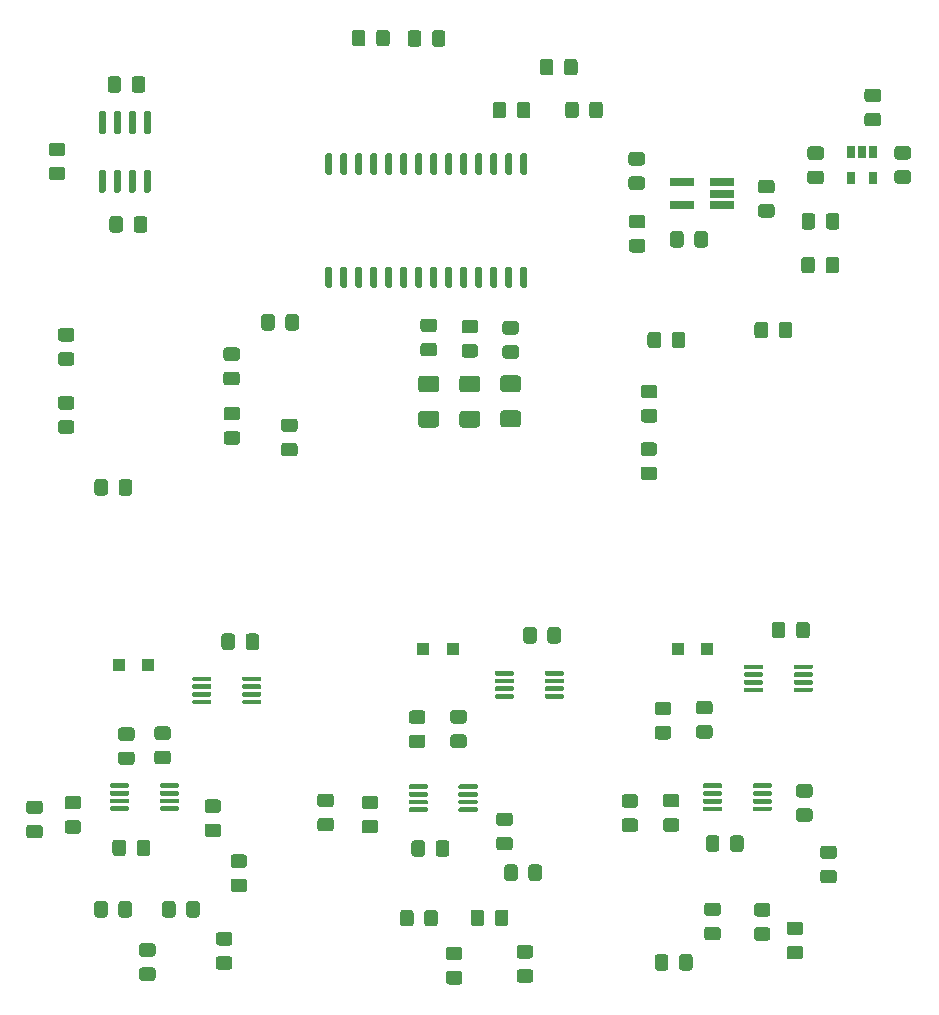
<source format=gbr>
%TF.GenerationSoftware,KiCad,Pcbnew,(5.1.9)-1*%
%TF.CreationDate,2022-01-14T21:41:21-05:00*%
%TF.ProjectId,mama_board,6d616d61-5f62-46f6-9172-642e6b696361,rev?*%
%TF.SameCoordinates,Original*%
%TF.FileFunction,Paste,Top*%
%TF.FilePolarity,Positive*%
%FSLAX46Y46*%
G04 Gerber Fmt 4.6, Leading zero omitted, Abs format (unit mm)*
G04 Created by KiCad (PCBNEW (5.1.9)-1) date 2022-01-14 21:41:21*
%MOMM*%
%LPD*%
G01*
G04 APERTURE LIST*
%ADD10R,1.000000X1.000000*%
%ADD11R,2.000000X0.650000*%
%ADD12R,0.650000X1.060000*%
G04 APERTURE END LIST*
%TO.C,R28*%
G36*
G01*
X134500000Y-93849999D02*
X134500000Y-94750001D01*
G75*
G02*
X134250001Y-95000000I-249999J0D01*
G01*
X133599999Y-95000000D01*
G75*
G02*
X133350000Y-94750001I0J249999D01*
G01*
X133350000Y-93849999D01*
G75*
G02*
X133599999Y-93600000I249999J0D01*
G01*
X134250001Y-93600000D01*
G75*
G02*
X134500000Y-93849999I0J-249999D01*
G01*
G37*
G36*
G01*
X132450000Y-93849999D02*
X132450000Y-94750001D01*
G75*
G02*
X132200001Y-95000000I-249999J0D01*
G01*
X131549999Y-95000000D01*
G75*
G02*
X131300000Y-94750001I0J249999D01*
G01*
X131300000Y-93849999D01*
G75*
G02*
X131549999Y-93600000I249999J0D01*
G01*
X132200001Y-93600000D01*
G75*
G02*
X132450000Y-93849999I0J-249999D01*
G01*
G37*
%TD*%
%TO.C,R27*%
G36*
G01*
X164000000Y-96250001D02*
X164000000Y-95349999D01*
G75*
G02*
X164249999Y-95100000I249999J0D01*
G01*
X164900001Y-95100000D01*
G75*
G02*
X165150000Y-95349999I0J-249999D01*
G01*
X165150000Y-96250001D01*
G75*
G02*
X164900001Y-96500000I-249999J0D01*
G01*
X164249999Y-96500000D01*
G75*
G02*
X164000000Y-96250001I0J249999D01*
G01*
G37*
G36*
G01*
X166050000Y-96250001D02*
X166050000Y-95349999D01*
G75*
G02*
X166299999Y-95100000I249999J0D01*
G01*
X166950001Y-95100000D01*
G75*
G02*
X167200000Y-95349999I0J-249999D01*
G01*
X167200000Y-96250001D01*
G75*
G02*
X166950001Y-96500000I-249999J0D01*
G01*
X166299999Y-96500000D01*
G75*
G02*
X166050000Y-96250001I0J249999D01*
G01*
G37*
%TD*%
%TO.C,R26*%
G36*
G01*
X134125001Y-105650000D02*
X133224999Y-105650000D01*
G75*
G02*
X132975000Y-105400001I0J249999D01*
G01*
X132975000Y-104749999D01*
G75*
G02*
X133224999Y-104500000I249999J0D01*
G01*
X134125001Y-104500000D01*
G75*
G02*
X134375000Y-104749999I0J-249999D01*
G01*
X134375000Y-105400001D01*
G75*
G02*
X134125001Y-105650000I-249999J0D01*
G01*
G37*
G36*
G01*
X134125001Y-103600000D02*
X133224999Y-103600000D01*
G75*
G02*
X132975000Y-103350001I0J249999D01*
G01*
X132975000Y-102699999D01*
G75*
G02*
X133224999Y-102450000I249999J0D01*
G01*
X134125001Y-102450000D01*
G75*
G02*
X134375000Y-102699999I0J-249999D01*
G01*
X134375000Y-103350001D01*
G75*
G02*
X134125001Y-103600000I-249999J0D01*
G01*
G37*
%TD*%
%TO.C,U5*%
G36*
G01*
X153381200Y-89595600D02*
X153681200Y-89595600D01*
G75*
G02*
X153831200Y-89745600I0J-150000D01*
G01*
X153831200Y-91245600D01*
G75*
G02*
X153681200Y-91395600I-150000J0D01*
G01*
X153381200Y-91395600D01*
G75*
G02*
X153231200Y-91245600I0J150000D01*
G01*
X153231200Y-89745600D01*
G75*
G02*
X153381200Y-89595600I150000J0D01*
G01*
G37*
G36*
G01*
X152111200Y-89595600D02*
X152411200Y-89595600D01*
G75*
G02*
X152561200Y-89745600I0J-150000D01*
G01*
X152561200Y-91245600D01*
G75*
G02*
X152411200Y-91395600I-150000J0D01*
G01*
X152111200Y-91395600D01*
G75*
G02*
X151961200Y-91245600I0J150000D01*
G01*
X151961200Y-89745600D01*
G75*
G02*
X152111200Y-89595600I150000J0D01*
G01*
G37*
G36*
G01*
X150841200Y-89595600D02*
X151141200Y-89595600D01*
G75*
G02*
X151291200Y-89745600I0J-150000D01*
G01*
X151291200Y-91245600D01*
G75*
G02*
X151141200Y-91395600I-150000J0D01*
G01*
X150841200Y-91395600D01*
G75*
G02*
X150691200Y-91245600I0J150000D01*
G01*
X150691200Y-89745600D01*
G75*
G02*
X150841200Y-89595600I150000J0D01*
G01*
G37*
G36*
G01*
X149571200Y-89595600D02*
X149871200Y-89595600D01*
G75*
G02*
X150021200Y-89745600I0J-150000D01*
G01*
X150021200Y-91245600D01*
G75*
G02*
X149871200Y-91395600I-150000J0D01*
G01*
X149571200Y-91395600D01*
G75*
G02*
X149421200Y-91245600I0J150000D01*
G01*
X149421200Y-89745600D01*
G75*
G02*
X149571200Y-89595600I150000J0D01*
G01*
G37*
G36*
G01*
X148301200Y-89595600D02*
X148601200Y-89595600D01*
G75*
G02*
X148751200Y-89745600I0J-150000D01*
G01*
X148751200Y-91245600D01*
G75*
G02*
X148601200Y-91395600I-150000J0D01*
G01*
X148301200Y-91395600D01*
G75*
G02*
X148151200Y-91245600I0J150000D01*
G01*
X148151200Y-89745600D01*
G75*
G02*
X148301200Y-89595600I150000J0D01*
G01*
G37*
G36*
G01*
X147031200Y-89595600D02*
X147331200Y-89595600D01*
G75*
G02*
X147481200Y-89745600I0J-150000D01*
G01*
X147481200Y-91245600D01*
G75*
G02*
X147331200Y-91395600I-150000J0D01*
G01*
X147031200Y-91395600D01*
G75*
G02*
X146881200Y-91245600I0J150000D01*
G01*
X146881200Y-89745600D01*
G75*
G02*
X147031200Y-89595600I150000J0D01*
G01*
G37*
G36*
G01*
X145761200Y-89595600D02*
X146061200Y-89595600D01*
G75*
G02*
X146211200Y-89745600I0J-150000D01*
G01*
X146211200Y-91245600D01*
G75*
G02*
X146061200Y-91395600I-150000J0D01*
G01*
X145761200Y-91395600D01*
G75*
G02*
X145611200Y-91245600I0J150000D01*
G01*
X145611200Y-89745600D01*
G75*
G02*
X145761200Y-89595600I150000J0D01*
G01*
G37*
G36*
G01*
X144491200Y-89595600D02*
X144791200Y-89595600D01*
G75*
G02*
X144941200Y-89745600I0J-150000D01*
G01*
X144941200Y-91245600D01*
G75*
G02*
X144791200Y-91395600I-150000J0D01*
G01*
X144491200Y-91395600D01*
G75*
G02*
X144341200Y-91245600I0J150000D01*
G01*
X144341200Y-89745600D01*
G75*
G02*
X144491200Y-89595600I150000J0D01*
G01*
G37*
G36*
G01*
X143221200Y-89595600D02*
X143521200Y-89595600D01*
G75*
G02*
X143671200Y-89745600I0J-150000D01*
G01*
X143671200Y-91245600D01*
G75*
G02*
X143521200Y-91395600I-150000J0D01*
G01*
X143221200Y-91395600D01*
G75*
G02*
X143071200Y-91245600I0J150000D01*
G01*
X143071200Y-89745600D01*
G75*
G02*
X143221200Y-89595600I150000J0D01*
G01*
G37*
G36*
G01*
X141951200Y-89595600D02*
X142251200Y-89595600D01*
G75*
G02*
X142401200Y-89745600I0J-150000D01*
G01*
X142401200Y-91245600D01*
G75*
G02*
X142251200Y-91395600I-150000J0D01*
G01*
X141951200Y-91395600D01*
G75*
G02*
X141801200Y-91245600I0J150000D01*
G01*
X141801200Y-89745600D01*
G75*
G02*
X141951200Y-89595600I150000J0D01*
G01*
G37*
G36*
G01*
X140681200Y-89595600D02*
X140981200Y-89595600D01*
G75*
G02*
X141131200Y-89745600I0J-150000D01*
G01*
X141131200Y-91245600D01*
G75*
G02*
X140981200Y-91395600I-150000J0D01*
G01*
X140681200Y-91395600D01*
G75*
G02*
X140531200Y-91245600I0J150000D01*
G01*
X140531200Y-89745600D01*
G75*
G02*
X140681200Y-89595600I150000J0D01*
G01*
G37*
G36*
G01*
X139411200Y-89595600D02*
X139711200Y-89595600D01*
G75*
G02*
X139861200Y-89745600I0J-150000D01*
G01*
X139861200Y-91245600D01*
G75*
G02*
X139711200Y-91395600I-150000J0D01*
G01*
X139411200Y-91395600D01*
G75*
G02*
X139261200Y-91245600I0J150000D01*
G01*
X139261200Y-89745600D01*
G75*
G02*
X139411200Y-89595600I150000J0D01*
G01*
G37*
G36*
G01*
X138141200Y-89595600D02*
X138441200Y-89595600D01*
G75*
G02*
X138591200Y-89745600I0J-150000D01*
G01*
X138591200Y-91245600D01*
G75*
G02*
X138441200Y-91395600I-150000J0D01*
G01*
X138141200Y-91395600D01*
G75*
G02*
X137991200Y-91245600I0J150000D01*
G01*
X137991200Y-89745600D01*
G75*
G02*
X138141200Y-89595600I150000J0D01*
G01*
G37*
G36*
G01*
X136871200Y-89595600D02*
X137171200Y-89595600D01*
G75*
G02*
X137321200Y-89745600I0J-150000D01*
G01*
X137321200Y-91245600D01*
G75*
G02*
X137171200Y-91395600I-150000J0D01*
G01*
X136871200Y-91395600D01*
G75*
G02*
X136721200Y-91245600I0J150000D01*
G01*
X136721200Y-89745600D01*
G75*
G02*
X136871200Y-89595600I150000J0D01*
G01*
G37*
G36*
G01*
X136871200Y-79995600D02*
X137171200Y-79995600D01*
G75*
G02*
X137321200Y-80145600I0J-150000D01*
G01*
X137321200Y-81645600D01*
G75*
G02*
X137171200Y-81795600I-150000J0D01*
G01*
X136871200Y-81795600D01*
G75*
G02*
X136721200Y-81645600I0J150000D01*
G01*
X136721200Y-80145600D01*
G75*
G02*
X136871200Y-79995600I150000J0D01*
G01*
G37*
G36*
G01*
X138141200Y-79995600D02*
X138441200Y-79995600D01*
G75*
G02*
X138591200Y-80145600I0J-150000D01*
G01*
X138591200Y-81645600D01*
G75*
G02*
X138441200Y-81795600I-150000J0D01*
G01*
X138141200Y-81795600D01*
G75*
G02*
X137991200Y-81645600I0J150000D01*
G01*
X137991200Y-80145600D01*
G75*
G02*
X138141200Y-79995600I150000J0D01*
G01*
G37*
G36*
G01*
X139411200Y-79995600D02*
X139711200Y-79995600D01*
G75*
G02*
X139861200Y-80145600I0J-150000D01*
G01*
X139861200Y-81645600D01*
G75*
G02*
X139711200Y-81795600I-150000J0D01*
G01*
X139411200Y-81795600D01*
G75*
G02*
X139261200Y-81645600I0J150000D01*
G01*
X139261200Y-80145600D01*
G75*
G02*
X139411200Y-79995600I150000J0D01*
G01*
G37*
G36*
G01*
X140681200Y-79995600D02*
X140981200Y-79995600D01*
G75*
G02*
X141131200Y-80145600I0J-150000D01*
G01*
X141131200Y-81645600D01*
G75*
G02*
X140981200Y-81795600I-150000J0D01*
G01*
X140681200Y-81795600D01*
G75*
G02*
X140531200Y-81645600I0J150000D01*
G01*
X140531200Y-80145600D01*
G75*
G02*
X140681200Y-79995600I150000J0D01*
G01*
G37*
G36*
G01*
X141951200Y-79995600D02*
X142251200Y-79995600D01*
G75*
G02*
X142401200Y-80145600I0J-150000D01*
G01*
X142401200Y-81645600D01*
G75*
G02*
X142251200Y-81795600I-150000J0D01*
G01*
X141951200Y-81795600D01*
G75*
G02*
X141801200Y-81645600I0J150000D01*
G01*
X141801200Y-80145600D01*
G75*
G02*
X141951200Y-79995600I150000J0D01*
G01*
G37*
G36*
G01*
X143221200Y-79995600D02*
X143521200Y-79995600D01*
G75*
G02*
X143671200Y-80145600I0J-150000D01*
G01*
X143671200Y-81645600D01*
G75*
G02*
X143521200Y-81795600I-150000J0D01*
G01*
X143221200Y-81795600D01*
G75*
G02*
X143071200Y-81645600I0J150000D01*
G01*
X143071200Y-80145600D01*
G75*
G02*
X143221200Y-79995600I150000J0D01*
G01*
G37*
G36*
G01*
X144491200Y-79995600D02*
X144791200Y-79995600D01*
G75*
G02*
X144941200Y-80145600I0J-150000D01*
G01*
X144941200Y-81645600D01*
G75*
G02*
X144791200Y-81795600I-150000J0D01*
G01*
X144491200Y-81795600D01*
G75*
G02*
X144341200Y-81645600I0J150000D01*
G01*
X144341200Y-80145600D01*
G75*
G02*
X144491200Y-79995600I150000J0D01*
G01*
G37*
G36*
G01*
X145761200Y-79995600D02*
X146061200Y-79995600D01*
G75*
G02*
X146211200Y-80145600I0J-150000D01*
G01*
X146211200Y-81645600D01*
G75*
G02*
X146061200Y-81795600I-150000J0D01*
G01*
X145761200Y-81795600D01*
G75*
G02*
X145611200Y-81645600I0J150000D01*
G01*
X145611200Y-80145600D01*
G75*
G02*
X145761200Y-79995600I150000J0D01*
G01*
G37*
G36*
G01*
X147031200Y-79995600D02*
X147331200Y-79995600D01*
G75*
G02*
X147481200Y-80145600I0J-150000D01*
G01*
X147481200Y-81645600D01*
G75*
G02*
X147331200Y-81795600I-150000J0D01*
G01*
X147031200Y-81795600D01*
G75*
G02*
X146881200Y-81645600I0J150000D01*
G01*
X146881200Y-80145600D01*
G75*
G02*
X147031200Y-79995600I150000J0D01*
G01*
G37*
G36*
G01*
X148301200Y-79995600D02*
X148601200Y-79995600D01*
G75*
G02*
X148751200Y-80145600I0J-150000D01*
G01*
X148751200Y-81645600D01*
G75*
G02*
X148601200Y-81795600I-150000J0D01*
G01*
X148301200Y-81795600D01*
G75*
G02*
X148151200Y-81645600I0J150000D01*
G01*
X148151200Y-80145600D01*
G75*
G02*
X148301200Y-79995600I150000J0D01*
G01*
G37*
G36*
G01*
X149571200Y-79995600D02*
X149871200Y-79995600D01*
G75*
G02*
X150021200Y-80145600I0J-150000D01*
G01*
X150021200Y-81645600D01*
G75*
G02*
X149871200Y-81795600I-150000J0D01*
G01*
X149571200Y-81795600D01*
G75*
G02*
X149421200Y-81645600I0J150000D01*
G01*
X149421200Y-80145600D01*
G75*
G02*
X149571200Y-79995600I150000J0D01*
G01*
G37*
G36*
G01*
X150841200Y-79995600D02*
X151141200Y-79995600D01*
G75*
G02*
X151291200Y-80145600I0J-150000D01*
G01*
X151291200Y-81645600D01*
G75*
G02*
X151141200Y-81795600I-150000J0D01*
G01*
X150841200Y-81795600D01*
G75*
G02*
X150691200Y-81645600I0J150000D01*
G01*
X150691200Y-80145600D01*
G75*
G02*
X150841200Y-79995600I150000J0D01*
G01*
G37*
G36*
G01*
X152111200Y-79995600D02*
X152411200Y-79995600D01*
G75*
G02*
X152561200Y-80145600I0J-150000D01*
G01*
X152561200Y-81645600D01*
G75*
G02*
X152411200Y-81795600I-150000J0D01*
G01*
X152111200Y-81795600D01*
G75*
G02*
X151961200Y-81645600I0J150000D01*
G01*
X151961200Y-80145600D01*
G75*
G02*
X152111200Y-79995600I150000J0D01*
G01*
G37*
G36*
G01*
X153381200Y-79995600D02*
X153681200Y-79995600D01*
G75*
G02*
X153831200Y-80145600I0J-150000D01*
G01*
X153831200Y-81645600D01*
G75*
G02*
X153681200Y-81795600I-150000J0D01*
G01*
X153381200Y-81795600D01*
G75*
G02*
X153231200Y-81645600I0J150000D01*
G01*
X153231200Y-80145600D01*
G75*
G02*
X153381200Y-79995600I150000J0D01*
G01*
G37*
%TD*%
%TO.C,U9*%
G36*
G01*
X176379040Y-123578260D02*
X176379040Y-123378260D01*
G75*
G02*
X176479040Y-123278260I100000J0D01*
G01*
X177904040Y-123278260D01*
G75*
G02*
X178004040Y-123378260I0J-100000D01*
G01*
X178004040Y-123578260D01*
G75*
G02*
X177904040Y-123678260I-100000J0D01*
G01*
X176479040Y-123678260D01*
G75*
G02*
X176379040Y-123578260I0J100000D01*
G01*
G37*
G36*
G01*
X176379040Y-124228260D02*
X176379040Y-124028260D01*
G75*
G02*
X176479040Y-123928260I100000J0D01*
G01*
X177904040Y-123928260D01*
G75*
G02*
X178004040Y-124028260I0J-100000D01*
G01*
X178004040Y-124228260D01*
G75*
G02*
X177904040Y-124328260I-100000J0D01*
G01*
X176479040Y-124328260D01*
G75*
G02*
X176379040Y-124228260I0J100000D01*
G01*
G37*
G36*
G01*
X176379040Y-124878260D02*
X176379040Y-124678260D01*
G75*
G02*
X176479040Y-124578260I100000J0D01*
G01*
X177904040Y-124578260D01*
G75*
G02*
X178004040Y-124678260I0J-100000D01*
G01*
X178004040Y-124878260D01*
G75*
G02*
X177904040Y-124978260I-100000J0D01*
G01*
X176479040Y-124978260D01*
G75*
G02*
X176379040Y-124878260I0J100000D01*
G01*
G37*
G36*
G01*
X176379040Y-125528260D02*
X176379040Y-125328260D01*
G75*
G02*
X176479040Y-125228260I100000J0D01*
G01*
X177904040Y-125228260D01*
G75*
G02*
X178004040Y-125328260I0J-100000D01*
G01*
X178004040Y-125528260D01*
G75*
G02*
X177904040Y-125628260I-100000J0D01*
G01*
X176479040Y-125628260D01*
G75*
G02*
X176379040Y-125528260I0J100000D01*
G01*
G37*
G36*
G01*
X172154040Y-125528260D02*
X172154040Y-125328260D01*
G75*
G02*
X172254040Y-125228260I100000J0D01*
G01*
X173679040Y-125228260D01*
G75*
G02*
X173779040Y-125328260I0J-100000D01*
G01*
X173779040Y-125528260D01*
G75*
G02*
X173679040Y-125628260I-100000J0D01*
G01*
X172254040Y-125628260D01*
G75*
G02*
X172154040Y-125528260I0J100000D01*
G01*
G37*
G36*
G01*
X172154040Y-124878260D02*
X172154040Y-124678260D01*
G75*
G02*
X172254040Y-124578260I100000J0D01*
G01*
X173679040Y-124578260D01*
G75*
G02*
X173779040Y-124678260I0J-100000D01*
G01*
X173779040Y-124878260D01*
G75*
G02*
X173679040Y-124978260I-100000J0D01*
G01*
X172254040Y-124978260D01*
G75*
G02*
X172154040Y-124878260I0J100000D01*
G01*
G37*
G36*
G01*
X172154040Y-124228260D02*
X172154040Y-124028260D01*
G75*
G02*
X172254040Y-123928260I100000J0D01*
G01*
X173679040Y-123928260D01*
G75*
G02*
X173779040Y-124028260I0J-100000D01*
G01*
X173779040Y-124228260D01*
G75*
G02*
X173679040Y-124328260I-100000J0D01*
G01*
X172254040Y-124328260D01*
G75*
G02*
X172154040Y-124228260I0J100000D01*
G01*
G37*
G36*
G01*
X172154040Y-123578260D02*
X172154040Y-123378260D01*
G75*
G02*
X172254040Y-123278260I100000J0D01*
G01*
X173679040Y-123278260D01*
G75*
G02*
X173779040Y-123378260I0J-100000D01*
G01*
X173779040Y-123578260D01*
G75*
G02*
X173679040Y-123678260I-100000J0D01*
G01*
X172254040Y-123678260D01*
G75*
G02*
X172154040Y-123578260I0J100000D01*
G01*
G37*
%TD*%
%TO.C,U8*%
G36*
G01*
X172912500Y-133650000D02*
X172912500Y-133450000D01*
G75*
G02*
X173012500Y-133350000I100000J0D01*
G01*
X174437500Y-133350000D01*
G75*
G02*
X174537500Y-133450000I0J-100000D01*
G01*
X174537500Y-133650000D01*
G75*
G02*
X174437500Y-133750000I-100000J0D01*
G01*
X173012500Y-133750000D01*
G75*
G02*
X172912500Y-133650000I0J100000D01*
G01*
G37*
G36*
G01*
X172912500Y-134300000D02*
X172912500Y-134100000D01*
G75*
G02*
X173012500Y-134000000I100000J0D01*
G01*
X174437500Y-134000000D01*
G75*
G02*
X174537500Y-134100000I0J-100000D01*
G01*
X174537500Y-134300000D01*
G75*
G02*
X174437500Y-134400000I-100000J0D01*
G01*
X173012500Y-134400000D01*
G75*
G02*
X172912500Y-134300000I0J100000D01*
G01*
G37*
G36*
G01*
X172912500Y-134950000D02*
X172912500Y-134750000D01*
G75*
G02*
X173012500Y-134650000I100000J0D01*
G01*
X174437500Y-134650000D01*
G75*
G02*
X174537500Y-134750000I0J-100000D01*
G01*
X174537500Y-134950000D01*
G75*
G02*
X174437500Y-135050000I-100000J0D01*
G01*
X173012500Y-135050000D01*
G75*
G02*
X172912500Y-134950000I0J100000D01*
G01*
G37*
G36*
G01*
X172912500Y-135600000D02*
X172912500Y-135400000D01*
G75*
G02*
X173012500Y-135300000I100000J0D01*
G01*
X174437500Y-135300000D01*
G75*
G02*
X174537500Y-135400000I0J-100000D01*
G01*
X174537500Y-135600000D01*
G75*
G02*
X174437500Y-135700000I-100000J0D01*
G01*
X173012500Y-135700000D01*
G75*
G02*
X172912500Y-135600000I0J100000D01*
G01*
G37*
G36*
G01*
X168687500Y-135600000D02*
X168687500Y-135400000D01*
G75*
G02*
X168787500Y-135300000I100000J0D01*
G01*
X170212500Y-135300000D01*
G75*
G02*
X170312500Y-135400000I0J-100000D01*
G01*
X170312500Y-135600000D01*
G75*
G02*
X170212500Y-135700000I-100000J0D01*
G01*
X168787500Y-135700000D01*
G75*
G02*
X168687500Y-135600000I0J100000D01*
G01*
G37*
G36*
G01*
X168687500Y-134950000D02*
X168687500Y-134750000D01*
G75*
G02*
X168787500Y-134650000I100000J0D01*
G01*
X170212500Y-134650000D01*
G75*
G02*
X170312500Y-134750000I0J-100000D01*
G01*
X170312500Y-134950000D01*
G75*
G02*
X170212500Y-135050000I-100000J0D01*
G01*
X168787500Y-135050000D01*
G75*
G02*
X168687500Y-134950000I0J100000D01*
G01*
G37*
G36*
G01*
X168687500Y-134300000D02*
X168687500Y-134100000D01*
G75*
G02*
X168787500Y-134000000I100000J0D01*
G01*
X170212500Y-134000000D01*
G75*
G02*
X170312500Y-134100000I0J-100000D01*
G01*
X170312500Y-134300000D01*
G75*
G02*
X170212500Y-134400000I-100000J0D01*
G01*
X168787500Y-134400000D01*
G75*
G02*
X168687500Y-134300000I0J100000D01*
G01*
G37*
G36*
G01*
X168687500Y-133650000D02*
X168687500Y-133450000D01*
G75*
G02*
X168787500Y-133350000I100000J0D01*
G01*
X170212500Y-133350000D01*
G75*
G02*
X170312500Y-133450000I0J-100000D01*
G01*
X170312500Y-133650000D01*
G75*
G02*
X170212500Y-133750000I-100000J0D01*
G01*
X168787500Y-133750000D01*
G75*
G02*
X168687500Y-133650000I0J100000D01*
G01*
G37*
%TD*%
%TO.C,R25*%
G36*
G01*
X168359039Y-128403260D02*
X169259041Y-128403260D01*
G75*
G02*
X169509040Y-128653259I0J-249999D01*
G01*
X169509040Y-129303261D01*
G75*
G02*
X169259041Y-129553260I-249999J0D01*
G01*
X168359039Y-129553260D01*
G75*
G02*
X168109040Y-129303261I0J249999D01*
G01*
X168109040Y-128653259D01*
G75*
G02*
X168359039Y-128403260I249999J0D01*
G01*
G37*
G36*
G01*
X168359039Y-126353260D02*
X169259041Y-126353260D01*
G75*
G02*
X169509040Y-126603259I0J-249999D01*
G01*
X169509040Y-127253261D01*
G75*
G02*
X169259041Y-127503260I-249999J0D01*
G01*
X168359039Y-127503260D01*
G75*
G02*
X168109040Y-127253261I0J249999D01*
G01*
X168109040Y-126603259D01*
G75*
G02*
X168359039Y-126353260I249999J0D01*
G01*
G37*
%TD*%
%TO.C,R24*%
G36*
G01*
X176825619Y-135443220D02*
X177725621Y-135443220D01*
G75*
G02*
X177975620Y-135693219I0J-249999D01*
G01*
X177975620Y-136343221D01*
G75*
G02*
X177725621Y-136593220I-249999J0D01*
G01*
X176825619Y-136593220D01*
G75*
G02*
X176575620Y-136343221I0J249999D01*
G01*
X176575620Y-135693219D01*
G75*
G02*
X176825619Y-135443220I249999J0D01*
G01*
G37*
G36*
G01*
X176825619Y-133393220D02*
X177725621Y-133393220D01*
G75*
G02*
X177975620Y-133643219I0J-249999D01*
G01*
X177975620Y-134293221D01*
G75*
G02*
X177725621Y-134543220I-249999J0D01*
G01*
X176825619Y-134543220D01*
G75*
G02*
X176575620Y-134293221I0J249999D01*
G01*
X176575620Y-133643219D01*
G75*
G02*
X176825619Y-133393220I249999J0D01*
G01*
G37*
%TD*%
%TO.C,R23*%
G36*
G01*
X178873999Y-140658000D02*
X179774001Y-140658000D01*
G75*
G02*
X180024000Y-140907999I0J-249999D01*
G01*
X180024000Y-141558001D01*
G75*
G02*
X179774001Y-141808000I-249999J0D01*
G01*
X178873999Y-141808000D01*
G75*
G02*
X178624000Y-141558001I0J249999D01*
G01*
X178624000Y-140907999D01*
G75*
G02*
X178873999Y-140658000I249999J0D01*
G01*
G37*
G36*
G01*
X178873999Y-138608000D02*
X179774001Y-138608000D01*
G75*
G02*
X180024000Y-138857999I0J-249999D01*
G01*
X180024000Y-139508001D01*
G75*
G02*
X179774001Y-139758000I-249999J0D01*
G01*
X178873999Y-139758000D01*
G75*
G02*
X178624000Y-139508001I0J249999D01*
G01*
X178624000Y-138857999D01*
G75*
G02*
X178873999Y-138608000I249999J0D01*
G01*
G37*
%TD*%
%TO.C,R21*%
G36*
G01*
X169950001Y-144584000D02*
X169049999Y-144584000D01*
G75*
G02*
X168800000Y-144334001I0J249999D01*
G01*
X168800000Y-143683999D01*
G75*
G02*
X169049999Y-143434000I249999J0D01*
G01*
X169950001Y-143434000D01*
G75*
G02*
X170200000Y-143683999I0J-249999D01*
G01*
X170200000Y-144334001D01*
G75*
G02*
X169950001Y-144584000I-249999J0D01*
G01*
G37*
G36*
G01*
X169950001Y-146634000D02*
X169049999Y-146634000D01*
G75*
G02*
X168800000Y-146384001I0J249999D01*
G01*
X168800000Y-145733999D01*
G75*
G02*
X169049999Y-145484000I249999J0D01*
G01*
X169950001Y-145484000D01*
G75*
G02*
X170200000Y-145733999I0J-249999D01*
G01*
X170200000Y-146384001D01*
G75*
G02*
X169950001Y-146634000I-249999J0D01*
G01*
G37*
%TD*%
%TO.C,R20*%
G36*
G01*
X162057999Y-136308000D02*
X162958001Y-136308000D01*
G75*
G02*
X163208000Y-136557999I0J-249999D01*
G01*
X163208000Y-137208001D01*
G75*
G02*
X162958001Y-137458000I-249999J0D01*
G01*
X162057999Y-137458000D01*
G75*
G02*
X161808000Y-137208001I0J249999D01*
G01*
X161808000Y-136557999D01*
G75*
G02*
X162057999Y-136308000I249999J0D01*
G01*
G37*
G36*
G01*
X162057999Y-134258000D02*
X162958001Y-134258000D01*
G75*
G02*
X163208000Y-134507999I0J-249999D01*
G01*
X163208000Y-135158001D01*
G75*
G02*
X162958001Y-135408000I-249999J0D01*
G01*
X162057999Y-135408000D01*
G75*
G02*
X161808000Y-135158001I0J249999D01*
G01*
X161808000Y-134507999D01*
G75*
G02*
X162057999Y-134258000I249999J0D01*
G01*
G37*
%TD*%
%TO.C,R3*%
G36*
G01*
X124050000Y-143549999D02*
X124050000Y-144450001D01*
G75*
G02*
X123800001Y-144700000I-249999J0D01*
G01*
X123149999Y-144700000D01*
G75*
G02*
X122900000Y-144450001I0J249999D01*
G01*
X122900000Y-143549999D01*
G75*
G02*
X123149999Y-143300000I249999J0D01*
G01*
X123800001Y-143300000D01*
G75*
G02*
X124050000Y-143549999I0J-249999D01*
G01*
G37*
G36*
G01*
X126100000Y-143549999D02*
X126100000Y-144450001D01*
G75*
G02*
X125850001Y-144700000I-249999J0D01*
G01*
X125199999Y-144700000D01*
G75*
G02*
X124950000Y-144450001I0J249999D01*
G01*
X124950000Y-143549999D01*
G75*
G02*
X125199999Y-143300000I249999J0D01*
G01*
X125850001Y-143300000D01*
G75*
G02*
X126100000Y-143549999I0J-249999D01*
G01*
G37*
%TD*%
D10*
%TO.C,D6*%
X169079040Y-121953260D03*
X166579040Y-121953260D03*
%TD*%
%TO.C,C20*%
G36*
G01*
X154075001Y-148175000D02*
X153174999Y-148175000D01*
G75*
G02*
X152925000Y-147925001I0J249999D01*
G01*
X152925000Y-147274999D01*
G75*
G02*
X153174999Y-147025000I249999J0D01*
G01*
X154075001Y-147025000D01*
G75*
G02*
X154325000Y-147274999I0J-249999D01*
G01*
X154325000Y-147925001D01*
G75*
G02*
X154075001Y-148175000I-249999J0D01*
G01*
G37*
G36*
G01*
X154075001Y-150225000D02*
X153174999Y-150225000D01*
G75*
G02*
X152925000Y-149975001I0J249999D01*
G01*
X152925000Y-149324999D01*
G75*
G02*
X153174999Y-149075000I249999J0D01*
G01*
X154075001Y-149075000D01*
G75*
G02*
X154325000Y-149324999I0J-249999D01*
G01*
X154325000Y-149975001D01*
G75*
G02*
X154075001Y-150225000I-249999J0D01*
G01*
G37*
%TD*%
%TO.C,C18*%
G36*
G01*
X140049999Y-136433000D02*
X140950001Y-136433000D01*
G75*
G02*
X141200000Y-136682999I0J-249999D01*
G01*
X141200000Y-137333001D01*
G75*
G02*
X140950001Y-137583000I-249999J0D01*
G01*
X140049999Y-137583000D01*
G75*
G02*
X139800000Y-137333001I0J249999D01*
G01*
X139800000Y-136682999D01*
G75*
G02*
X140049999Y-136433000I249999J0D01*
G01*
G37*
G36*
G01*
X140049999Y-134383000D02*
X140950001Y-134383000D01*
G75*
G02*
X141200000Y-134632999I0J-249999D01*
G01*
X141200000Y-135283001D01*
G75*
G02*
X140950001Y-135533000I-249999J0D01*
G01*
X140049999Y-135533000D01*
G75*
G02*
X139800000Y-135283001I0J249999D01*
G01*
X139800000Y-134632999D01*
G75*
G02*
X140049999Y-134383000I249999J0D01*
G01*
G37*
%TD*%
%TO.C,C17*%
G36*
G01*
X131131000Y-120899999D02*
X131131000Y-121800001D01*
G75*
G02*
X130881001Y-122050000I-249999J0D01*
G01*
X130230999Y-122050000D01*
G75*
G02*
X129981000Y-121800001I0J249999D01*
G01*
X129981000Y-120899999D01*
G75*
G02*
X130230999Y-120650000I249999J0D01*
G01*
X130881001Y-120650000D01*
G75*
G02*
X131131000Y-120899999I0J-249999D01*
G01*
G37*
G36*
G01*
X129081000Y-120899999D02*
X129081000Y-121800001D01*
G75*
G02*
X128831001Y-122050000I-249999J0D01*
G01*
X128180999Y-122050000D01*
G75*
G02*
X127931000Y-121800001I0J249999D01*
G01*
X127931000Y-120899999D01*
G75*
G02*
X128180999Y-120650000I249999J0D01*
G01*
X128831001Y-120650000D01*
G75*
G02*
X129081000Y-120899999I0J-249999D01*
G01*
G37*
%TD*%
%TO.C,C16*%
G36*
G01*
X119427743Y-130644399D02*
X120327745Y-130644399D01*
G75*
G02*
X120577744Y-130894398I0J-249999D01*
G01*
X120577744Y-131544400D01*
G75*
G02*
X120327745Y-131794399I-249999J0D01*
G01*
X119427743Y-131794399D01*
G75*
G02*
X119177744Y-131544400I0J249999D01*
G01*
X119177744Y-130894398D01*
G75*
G02*
X119427743Y-130644399I249999J0D01*
G01*
G37*
G36*
G01*
X119427743Y-128594399D02*
X120327745Y-128594399D01*
G75*
G02*
X120577744Y-128844398I0J-249999D01*
G01*
X120577744Y-129494400D01*
G75*
G02*
X120327745Y-129744399I-249999J0D01*
G01*
X119427743Y-129744399D01*
G75*
G02*
X119177744Y-129494400I0J249999D01*
G01*
X119177744Y-128844398D01*
G75*
G02*
X119427743Y-128594399I249999J0D01*
G01*
G37*
%TD*%
%TO.C,C15*%
G36*
G01*
X119847873Y-138356838D02*
X119847873Y-139256840D01*
G75*
G02*
X119597874Y-139506839I-249999J0D01*
G01*
X118947872Y-139506839D01*
G75*
G02*
X118697873Y-139256840I0J249999D01*
G01*
X118697873Y-138356838D01*
G75*
G02*
X118947872Y-138106839I249999J0D01*
G01*
X119597874Y-138106839D01*
G75*
G02*
X119847873Y-138356838I0J-249999D01*
G01*
G37*
G36*
G01*
X121897873Y-138356838D02*
X121897873Y-139256840D01*
G75*
G02*
X121647874Y-139506839I-249999J0D01*
G01*
X120997872Y-139506839D01*
G75*
G02*
X120747873Y-139256840I0J249999D01*
G01*
X120747873Y-138356838D01*
G75*
G02*
X120997872Y-138106839I249999J0D01*
G01*
X121647874Y-138106839D01*
G75*
G02*
X121897873Y-138356838I0J-249999D01*
G01*
G37*
%TD*%
%TO.C,C8*%
G36*
G01*
X118300000Y-143549999D02*
X118300000Y-144450001D01*
G75*
G02*
X118050001Y-144700000I-249999J0D01*
G01*
X117399999Y-144700000D01*
G75*
G02*
X117150000Y-144450001I0J249999D01*
G01*
X117150000Y-143549999D01*
G75*
G02*
X117399999Y-143300000I249999J0D01*
G01*
X118050001Y-143300000D01*
G75*
G02*
X118300000Y-143549999I0J-249999D01*
G01*
G37*
G36*
G01*
X120350000Y-143549999D02*
X120350000Y-144450001D01*
G75*
G02*
X120100001Y-144700000I-249999J0D01*
G01*
X119449999Y-144700000D01*
G75*
G02*
X119200000Y-144450001I0J249999D01*
G01*
X119200000Y-143549999D01*
G75*
G02*
X119449999Y-143300000I249999J0D01*
G01*
X120100001Y-143300000D01*
G75*
G02*
X120350000Y-143549999I0J-249999D01*
G01*
G37*
%TD*%
%TO.C,U10*%
G36*
G01*
X121510000Y-81375000D02*
X121810000Y-81375000D01*
G75*
G02*
X121960000Y-81525000I0J-150000D01*
G01*
X121960000Y-83175000D01*
G75*
G02*
X121810000Y-83325000I-150000J0D01*
G01*
X121510000Y-83325000D01*
G75*
G02*
X121360000Y-83175000I0J150000D01*
G01*
X121360000Y-81525000D01*
G75*
G02*
X121510000Y-81375000I150000J0D01*
G01*
G37*
G36*
G01*
X120240000Y-81375000D02*
X120540000Y-81375000D01*
G75*
G02*
X120690000Y-81525000I0J-150000D01*
G01*
X120690000Y-83175000D01*
G75*
G02*
X120540000Y-83325000I-150000J0D01*
G01*
X120240000Y-83325000D01*
G75*
G02*
X120090000Y-83175000I0J150000D01*
G01*
X120090000Y-81525000D01*
G75*
G02*
X120240000Y-81375000I150000J0D01*
G01*
G37*
G36*
G01*
X118970000Y-81375000D02*
X119270000Y-81375000D01*
G75*
G02*
X119420000Y-81525000I0J-150000D01*
G01*
X119420000Y-83175000D01*
G75*
G02*
X119270000Y-83325000I-150000J0D01*
G01*
X118970000Y-83325000D01*
G75*
G02*
X118820000Y-83175000I0J150000D01*
G01*
X118820000Y-81525000D01*
G75*
G02*
X118970000Y-81375000I150000J0D01*
G01*
G37*
G36*
G01*
X117700000Y-81375000D02*
X118000000Y-81375000D01*
G75*
G02*
X118150000Y-81525000I0J-150000D01*
G01*
X118150000Y-83175000D01*
G75*
G02*
X118000000Y-83325000I-150000J0D01*
G01*
X117700000Y-83325000D01*
G75*
G02*
X117550000Y-83175000I0J150000D01*
G01*
X117550000Y-81525000D01*
G75*
G02*
X117700000Y-81375000I150000J0D01*
G01*
G37*
G36*
G01*
X117700000Y-76425000D02*
X118000000Y-76425000D01*
G75*
G02*
X118150000Y-76575000I0J-150000D01*
G01*
X118150000Y-78225000D01*
G75*
G02*
X118000000Y-78375000I-150000J0D01*
G01*
X117700000Y-78375000D01*
G75*
G02*
X117550000Y-78225000I0J150000D01*
G01*
X117550000Y-76575000D01*
G75*
G02*
X117700000Y-76425000I150000J0D01*
G01*
G37*
G36*
G01*
X118970000Y-76425000D02*
X119270000Y-76425000D01*
G75*
G02*
X119420000Y-76575000I0J-150000D01*
G01*
X119420000Y-78225000D01*
G75*
G02*
X119270000Y-78375000I-150000J0D01*
G01*
X118970000Y-78375000D01*
G75*
G02*
X118820000Y-78225000I0J150000D01*
G01*
X118820000Y-76575000D01*
G75*
G02*
X118970000Y-76425000I150000J0D01*
G01*
G37*
G36*
G01*
X120240000Y-76425000D02*
X120540000Y-76425000D01*
G75*
G02*
X120690000Y-76575000I0J-150000D01*
G01*
X120690000Y-78225000D01*
G75*
G02*
X120540000Y-78375000I-150000J0D01*
G01*
X120240000Y-78375000D01*
G75*
G02*
X120090000Y-78225000I0J150000D01*
G01*
X120090000Y-76575000D01*
G75*
G02*
X120240000Y-76425000I150000J0D01*
G01*
G37*
G36*
G01*
X121510000Y-76425000D02*
X121810000Y-76425000D01*
G75*
G02*
X121960000Y-76575000I0J-150000D01*
G01*
X121960000Y-78225000D01*
G75*
G02*
X121810000Y-78375000I-150000J0D01*
G01*
X121510000Y-78375000D01*
G75*
G02*
X121360000Y-78225000I0J150000D01*
G01*
X121360000Y-76575000D01*
G75*
G02*
X121510000Y-76425000I150000J0D01*
G01*
G37*
%TD*%
%TO.C,U7*%
G36*
G01*
X155300000Y-124125000D02*
X155300000Y-123925000D01*
G75*
G02*
X155400000Y-123825000I100000J0D01*
G01*
X156825000Y-123825000D01*
G75*
G02*
X156925000Y-123925000I0J-100000D01*
G01*
X156925000Y-124125000D01*
G75*
G02*
X156825000Y-124225000I-100000J0D01*
G01*
X155400000Y-124225000D01*
G75*
G02*
X155300000Y-124125000I0J100000D01*
G01*
G37*
G36*
G01*
X155300000Y-124775000D02*
X155300000Y-124575000D01*
G75*
G02*
X155400000Y-124475000I100000J0D01*
G01*
X156825000Y-124475000D01*
G75*
G02*
X156925000Y-124575000I0J-100000D01*
G01*
X156925000Y-124775000D01*
G75*
G02*
X156825000Y-124875000I-100000J0D01*
G01*
X155400000Y-124875000D01*
G75*
G02*
X155300000Y-124775000I0J100000D01*
G01*
G37*
G36*
G01*
X155300000Y-125425000D02*
X155300000Y-125225000D01*
G75*
G02*
X155400000Y-125125000I100000J0D01*
G01*
X156825000Y-125125000D01*
G75*
G02*
X156925000Y-125225000I0J-100000D01*
G01*
X156925000Y-125425000D01*
G75*
G02*
X156825000Y-125525000I-100000J0D01*
G01*
X155400000Y-125525000D01*
G75*
G02*
X155300000Y-125425000I0J100000D01*
G01*
G37*
G36*
G01*
X155300000Y-126075000D02*
X155300000Y-125875000D01*
G75*
G02*
X155400000Y-125775000I100000J0D01*
G01*
X156825000Y-125775000D01*
G75*
G02*
X156925000Y-125875000I0J-100000D01*
G01*
X156925000Y-126075000D01*
G75*
G02*
X156825000Y-126175000I-100000J0D01*
G01*
X155400000Y-126175000D01*
G75*
G02*
X155300000Y-126075000I0J100000D01*
G01*
G37*
G36*
G01*
X151075000Y-126075000D02*
X151075000Y-125875000D01*
G75*
G02*
X151175000Y-125775000I100000J0D01*
G01*
X152600000Y-125775000D01*
G75*
G02*
X152700000Y-125875000I0J-100000D01*
G01*
X152700000Y-126075000D01*
G75*
G02*
X152600000Y-126175000I-100000J0D01*
G01*
X151175000Y-126175000D01*
G75*
G02*
X151075000Y-126075000I0J100000D01*
G01*
G37*
G36*
G01*
X151075000Y-125425000D02*
X151075000Y-125225000D01*
G75*
G02*
X151175000Y-125125000I100000J0D01*
G01*
X152600000Y-125125000D01*
G75*
G02*
X152700000Y-125225000I0J-100000D01*
G01*
X152700000Y-125425000D01*
G75*
G02*
X152600000Y-125525000I-100000J0D01*
G01*
X151175000Y-125525000D01*
G75*
G02*
X151075000Y-125425000I0J100000D01*
G01*
G37*
G36*
G01*
X151075000Y-124775000D02*
X151075000Y-124575000D01*
G75*
G02*
X151175000Y-124475000I100000J0D01*
G01*
X152600000Y-124475000D01*
G75*
G02*
X152700000Y-124575000I0J-100000D01*
G01*
X152700000Y-124775000D01*
G75*
G02*
X152600000Y-124875000I-100000J0D01*
G01*
X151175000Y-124875000D01*
G75*
G02*
X151075000Y-124775000I0J100000D01*
G01*
G37*
G36*
G01*
X151075000Y-124125000D02*
X151075000Y-123925000D01*
G75*
G02*
X151175000Y-123825000I100000J0D01*
G01*
X152600000Y-123825000D01*
G75*
G02*
X152700000Y-123925000I0J-100000D01*
G01*
X152700000Y-124125000D01*
G75*
G02*
X152600000Y-124225000I-100000J0D01*
G01*
X151175000Y-124225000D01*
G75*
G02*
X151075000Y-124125000I0J100000D01*
G01*
G37*
%TD*%
%TO.C,U6*%
G36*
G01*
X148000000Y-133725000D02*
X148000000Y-133525000D01*
G75*
G02*
X148100000Y-133425000I100000J0D01*
G01*
X149525000Y-133425000D01*
G75*
G02*
X149625000Y-133525000I0J-100000D01*
G01*
X149625000Y-133725000D01*
G75*
G02*
X149525000Y-133825000I-100000J0D01*
G01*
X148100000Y-133825000D01*
G75*
G02*
X148000000Y-133725000I0J100000D01*
G01*
G37*
G36*
G01*
X148000000Y-134375000D02*
X148000000Y-134175000D01*
G75*
G02*
X148100000Y-134075000I100000J0D01*
G01*
X149525000Y-134075000D01*
G75*
G02*
X149625000Y-134175000I0J-100000D01*
G01*
X149625000Y-134375000D01*
G75*
G02*
X149525000Y-134475000I-100000J0D01*
G01*
X148100000Y-134475000D01*
G75*
G02*
X148000000Y-134375000I0J100000D01*
G01*
G37*
G36*
G01*
X148000000Y-135025000D02*
X148000000Y-134825000D01*
G75*
G02*
X148100000Y-134725000I100000J0D01*
G01*
X149525000Y-134725000D01*
G75*
G02*
X149625000Y-134825000I0J-100000D01*
G01*
X149625000Y-135025000D01*
G75*
G02*
X149525000Y-135125000I-100000J0D01*
G01*
X148100000Y-135125000D01*
G75*
G02*
X148000000Y-135025000I0J100000D01*
G01*
G37*
G36*
G01*
X148000000Y-135675000D02*
X148000000Y-135475000D01*
G75*
G02*
X148100000Y-135375000I100000J0D01*
G01*
X149525000Y-135375000D01*
G75*
G02*
X149625000Y-135475000I0J-100000D01*
G01*
X149625000Y-135675000D01*
G75*
G02*
X149525000Y-135775000I-100000J0D01*
G01*
X148100000Y-135775000D01*
G75*
G02*
X148000000Y-135675000I0J100000D01*
G01*
G37*
G36*
G01*
X143775000Y-135675000D02*
X143775000Y-135475000D01*
G75*
G02*
X143875000Y-135375000I100000J0D01*
G01*
X145300000Y-135375000D01*
G75*
G02*
X145400000Y-135475000I0J-100000D01*
G01*
X145400000Y-135675000D01*
G75*
G02*
X145300000Y-135775000I-100000J0D01*
G01*
X143875000Y-135775000D01*
G75*
G02*
X143775000Y-135675000I0J100000D01*
G01*
G37*
G36*
G01*
X143775000Y-135025000D02*
X143775000Y-134825000D01*
G75*
G02*
X143875000Y-134725000I100000J0D01*
G01*
X145300000Y-134725000D01*
G75*
G02*
X145400000Y-134825000I0J-100000D01*
G01*
X145400000Y-135025000D01*
G75*
G02*
X145300000Y-135125000I-100000J0D01*
G01*
X143875000Y-135125000D01*
G75*
G02*
X143775000Y-135025000I0J100000D01*
G01*
G37*
G36*
G01*
X143775000Y-134375000D02*
X143775000Y-134175000D01*
G75*
G02*
X143875000Y-134075000I100000J0D01*
G01*
X145300000Y-134075000D01*
G75*
G02*
X145400000Y-134175000I0J-100000D01*
G01*
X145400000Y-134375000D01*
G75*
G02*
X145300000Y-134475000I-100000J0D01*
G01*
X143875000Y-134475000D01*
G75*
G02*
X143775000Y-134375000I0J100000D01*
G01*
G37*
G36*
G01*
X143775000Y-133725000D02*
X143775000Y-133525000D01*
G75*
G02*
X143875000Y-133425000I100000J0D01*
G01*
X145300000Y-133425000D01*
G75*
G02*
X145400000Y-133525000I0J-100000D01*
G01*
X145400000Y-133725000D01*
G75*
G02*
X145300000Y-133825000I-100000J0D01*
G01*
X143875000Y-133825000D01*
G75*
G02*
X143775000Y-133725000I0J100000D01*
G01*
G37*
%TD*%
%TO.C,U4*%
G36*
G01*
X125462500Y-124600000D02*
X125462500Y-124400000D01*
G75*
G02*
X125562500Y-124300000I100000J0D01*
G01*
X126987500Y-124300000D01*
G75*
G02*
X127087500Y-124400000I0J-100000D01*
G01*
X127087500Y-124600000D01*
G75*
G02*
X126987500Y-124700000I-100000J0D01*
G01*
X125562500Y-124700000D01*
G75*
G02*
X125462500Y-124600000I0J100000D01*
G01*
G37*
G36*
G01*
X125462500Y-125250000D02*
X125462500Y-125050000D01*
G75*
G02*
X125562500Y-124950000I100000J0D01*
G01*
X126987500Y-124950000D01*
G75*
G02*
X127087500Y-125050000I0J-100000D01*
G01*
X127087500Y-125250000D01*
G75*
G02*
X126987500Y-125350000I-100000J0D01*
G01*
X125562500Y-125350000D01*
G75*
G02*
X125462500Y-125250000I0J100000D01*
G01*
G37*
G36*
G01*
X125462500Y-125900000D02*
X125462500Y-125700000D01*
G75*
G02*
X125562500Y-125600000I100000J0D01*
G01*
X126987500Y-125600000D01*
G75*
G02*
X127087500Y-125700000I0J-100000D01*
G01*
X127087500Y-125900000D01*
G75*
G02*
X126987500Y-126000000I-100000J0D01*
G01*
X125562500Y-126000000D01*
G75*
G02*
X125462500Y-125900000I0J100000D01*
G01*
G37*
G36*
G01*
X125462500Y-126550000D02*
X125462500Y-126350000D01*
G75*
G02*
X125562500Y-126250000I100000J0D01*
G01*
X126987500Y-126250000D01*
G75*
G02*
X127087500Y-126350000I0J-100000D01*
G01*
X127087500Y-126550000D01*
G75*
G02*
X126987500Y-126650000I-100000J0D01*
G01*
X125562500Y-126650000D01*
G75*
G02*
X125462500Y-126550000I0J100000D01*
G01*
G37*
G36*
G01*
X129687500Y-126550000D02*
X129687500Y-126350000D01*
G75*
G02*
X129787500Y-126250000I100000J0D01*
G01*
X131212500Y-126250000D01*
G75*
G02*
X131312500Y-126350000I0J-100000D01*
G01*
X131312500Y-126550000D01*
G75*
G02*
X131212500Y-126650000I-100000J0D01*
G01*
X129787500Y-126650000D01*
G75*
G02*
X129687500Y-126550000I0J100000D01*
G01*
G37*
G36*
G01*
X129687500Y-125900000D02*
X129687500Y-125700000D01*
G75*
G02*
X129787500Y-125600000I100000J0D01*
G01*
X131212500Y-125600000D01*
G75*
G02*
X131312500Y-125700000I0J-100000D01*
G01*
X131312500Y-125900000D01*
G75*
G02*
X131212500Y-126000000I-100000J0D01*
G01*
X129787500Y-126000000D01*
G75*
G02*
X129687500Y-125900000I0J100000D01*
G01*
G37*
G36*
G01*
X129687500Y-125250000D02*
X129687500Y-125050000D01*
G75*
G02*
X129787500Y-124950000I100000J0D01*
G01*
X131212500Y-124950000D01*
G75*
G02*
X131312500Y-125050000I0J-100000D01*
G01*
X131312500Y-125250000D01*
G75*
G02*
X131212500Y-125350000I-100000J0D01*
G01*
X129787500Y-125350000D01*
G75*
G02*
X129687500Y-125250000I0J100000D01*
G01*
G37*
G36*
G01*
X129687500Y-124600000D02*
X129687500Y-124400000D01*
G75*
G02*
X129787500Y-124300000I100000J0D01*
G01*
X131212500Y-124300000D01*
G75*
G02*
X131312500Y-124400000I0J-100000D01*
G01*
X131312500Y-124600000D01*
G75*
G02*
X131212500Y-124700000I-100000J0D01*
G01*
X129787500Y-124700000D01*
G75*
G02*
X129687500Y-124600000I0J100000D01*
G01*
G37*
%TD*%
D11*
%TO.C,U3*%
X166927040Y-84353480D03*
X166927040Y-82453480D03*
X170347040Y-82453480D03*
X170347040Y-83403480D03*
X170347040Y-84353480D03*
%TD*%
D12*
%TO.C,U2*%
X183114840Y-82064280D03*
X181214840Y-82064280D03*
X181214840Y-79864280D03*
X182164840Y-79864280D03*
X183114840Y-79864280D03*
%TD*%
%TO.C,U1*%
G36*
G01*
X118487500Y-133625000D02*
X118487500Y-133425000D01*
G75*
G02*
X118587500Y-133325000I100000J0D01*
G01*
X120012500Y-133325000D01*
G75*
G02*
X120112500Y-133425000I0J-100000D01*
G01*
X120112500Y-133625000D01*
G75*
G02*
X120012500Y-133725000I-100000J0D01*
G01*
X118587500Y-133725000D01*
G75*
G02*
X118487500Y-133625000I0J100000D01*
G01*
G37*
G36*
G01*
X118487500Y-134275000D02*
X118487500Y-134075000D01*
G75*
G02*
X118587500Y-133975000I100000J0D01*
G01*
X120012500Y-133975000D01*
G75*
G02*
X120112500Y-134075000I0J-100000D01*
G01*
X120112500Y-134275000D01*
G75*
G02*
X120012500Y-134375000I-100000J0D01*
G01*
X118587500Y-134375000D01*
G75*
G02*
X118487500Y-134275000I0J100000D01*
G01*
G37*
G36*
G01*
X118487500Y-134925000D02*
X118487500Y-134725000D01*
G75*
G02*
X118587500Y-134625000I100000J0D01*
G01*
X120012500Y-134625000D01*
G75*
G02*
X120112500Y-134725000I0J-100000D01*
G01*
X120112500Y-134925000D01*
G75*
G02*
X120012500Y-135025000I-100000J0D01*
G01*
X118587500Y-135025000D01*
G75*
G02*
X118487500Y-134925000I0J100000D01*
G01*
G37*
G36*
G01*
X118487500Y-135575000D02*
X118487500Y-135375000D01*
G75*
G02*
X118587500Y-135275000I100000J0D01*
G01*
X120012500Y-135275000D01*
G75*
G02*
X120112500Y-135375000I0J-100000D01*
G01*
X120112500Y-135575000D01*
G75*
G02*
X120012500Y-135675000I-100000J0D01*
G01*
X118587500Y-135675000D01*
G75*
G02*
X118487500Y-135575000I0J100000D01*
G01*
G37*
G36*
G01*
X122712500Y-135575000D02*
X122712500Y-135375000D01*
G75*
G02*
X122812500Y-135275000I100000J0D01*
G01*
X124237500Y-135275000D01*
G75*
G02*
X124337500Y-135375000I0J-100000D01*
G01*
X124337500Y-135575000D01*
G75*
G02*
X124237500Y-135675000I-100000J0D01*
G01*
X122812500Y-135675000D01*
G75*
G02*
X122712500Y-135575000I0J100000D01*
G01*
G37*
G36*
G01*
X122712500Y-134925000D02*
X122712500Y-134725000D01*
G75*
G02*
X122812500Y-134625000I100000J0D01*
G01*
X124237500Y-134625000D01*
G75*
G02*
X124337500Y-134725000I0J-100000D01*
G01*
X124337500Y-134925000D01*
G75*
G02*
X124237500Y-135025000I-100000J0D01*
G01*
X122812500Y-135025000D01*
G75*
G02*
X122712500Y-134925000I0J100000D01*
G01*
G37*
G36*
G01*
X122712500Y-134275000D02*
X122712500Y-134075000D01*
G75*
G02*
X122812500Y-133975000I100000J0D01*
G01*
X124237500Y-133975000D01*
G75*
G02*
X124337500Y-134075000I0J-100000D01*
G01*
X124337500Y-134275000D01*
G75*
G02*
X124237500Y-134375000I-100000J0D01*
G01*
X122812500Y-134375000D01*
G75*
G02*
X122712500Y-134275000I0J100000D01*
G01*
G37*
G36*
G01*
X122712500Y-133625000D02*
X122712500Y-133425000D01*
G75*
G02*
X122812500Y-133325000I100000J0D01*
G01*
X124237500Y-133325000D01*
G75*
G02*
X124337500Y-133425000I0J-100000D01*
G01*
X124337500Y-133625000D01*
G75*
G02*
X124237500Y-133725000I-100000J0D01*
G01*
X122812500Y-133725000D01*
G75*
G02*
X122712500Y-133625000I0J100000D01*
G01*
G37*
%TD*%
%TO.C,R37*%
G36*
G01*
X163662499Y-106517100D02*
X164562501Y-106517100D01*
G75*
G02*
X164812500Y-106767099I0J-249999D01*
G01*
X164812500Y-107417101D01*
G75*
G02*
X164562501Y-107667100I-249999J0D01*
G01*
X163662499Y-107667100D01*
G75*
G02*
X163412500Y-107417101I0J249999D01*
G01*
X163412500Y-106767099D01*
G75*
G02*
X163662499Y-106517100I249999J0D01*
G01*
G37*
G36*
G01*
X163662499Y-104467100D02*
X164562501Y-104467100D01*
G75*
G02*
X164812500Y-104717099I0J-249999D01*
G01*
X164812500Y-105367101D01*
G75*
G02*
X164562501Y-105617100I-249999J0D01*
G01*
X163662499Y-105617100D01*
G75*
G02*
X163412500Y-105367101I0J249999D01*
G01*
X163412500Y-104717099D01*
G75*
G02*
X163662499Y-104467100I249999J0D01*
G01*
G37*
%TD*%
%TO.C,R36*%
G36*
G01*
X163687899Y-101644000D02*
X164587901Y-101644000D01*
G75*
G02*
X164837900Y-101893999I0J-249999D01*
G01*
X164837900Y-102544001D01*
G75*
G02*
X164587901Y-102794000I-249999J0D01*
G01*
X163687899Y-102794000D01*
G75*
G02*
X163437900Y-102544001I0J249999D01*
G01*
X163437900Y-101893999D01*
G75*
G02*
X163687899Y-101644000I249999J0D01*
G01*
G37*
G36*
G01*
X163687899Y-99594000D02*
X164587901Y-99594000D01*
G75*
G02*
X164837900Y-99843999I0J-249999D01*
G01*
X164837900Y-100494001D01*
G75*
G02*
X164587901Y-100744000I-249999J0D01*
G01*
X163687899Y-100744000D01*
G75*
G02*
X163437900Y-100494001I0J249999D01*
G01*
X163437900Y-99843999D01*
G75*
G02*
X163687899Y-99594000I249999J0D01*
G01*
G37*
%TD*%
%TO.C,R35*%
G36*
G01*
X115229201Y-95934900D02*
X114329199Y-95934900D01*
G75*
G02*
X114079200Y-95684901I0J249999D01*
G01*
X114079200Y-95034899D01*
G75*
G02*
X114329199Y-94784900I249999J0D01*
G01*
X115229201Y-94784900D01*
G75*
G02*
X115479200Y-95034899I0J-249999D01*
G01*
X115479200Y-95684901D01*
G75*
G02*
X115229201Y-95934900I-249999J0D01*
G01*
G37*
G36*
G01*
X115229201Y-97984900D02*
X114329199Y-97984900D01*
G75*
G02*
X114079200Y-97734901I0J249999D01*
G01*
X114079200Y-97084899D01*
G75*
G02*
X114329199Y-96834900I249999J0D01*
G01*
X115229201Y-96834900D01*
G75*
G02*
X115479200Y-97084899I0J-249999D01*
G01*
X115479200Y-97734901D01*
G75*
G02*
X115229201Y-97984900I-249999J0D01*
G01*
G37*
%TD*%
%TO.C,R34*%
G36*
G01*
X115229201Y-101700000D02*
X114329199Y-101700000D01*
G75*
G02*
X114079200Y-101450001I0J249999D01*
G01*
X114079200Y-100799999D01*
G75*
G02*
X114329199Y-100550000I249999J0D01*
G01*
X115229201Y-100550000D01*
G75*
G02*
X115479200Y-100799999I0J-249999D01*
G01*
X115479200Y-101450001D01*
G75*
G02*
X115229201Y-101700000I-249999J0D01*
G01*
G37*
G36*
G01*
X115229201Y-103750000D02*
X114329199Y-103750000D01*
G75*
G02*
X114079200Y-103500001I0J249999D01*
G01*
X114079200Y-102849999D01*
G75*
G02*
X114329199Y-102600000I249999J0D01*
G01*
X115229201Y-102600000D01*
G75*
G02*
X115479200Y-102849999I0J-249999D01*
G01*
X115479200Y-103500001D01*
G75*
G02*
X115229201Y-103750000I-249999J0D01*
G01*
G37*
%TD*%
%TO.C,R33*%
G36*
G01*
X129244501Y-97586900D02*
X128344499Y-97586900D01*
G75*
G02*
X128094500Y-97336901I0J249999D01*
G01*
X128094500Y-96686899D01*
G75*
G02*
X128344499Y-96436900I249999J0D01*
G01*
X129244501Y-96436900D01*
G75*
G02*
X129494500Y-96686899I0J-249999D01*
G01*
X129494500Y-97336901D01*
G75*
G02*
X129244501Y-97586900I-249999J0D01*
G01*
G37*
G36*
G01*
X129244501Y-99636900D02*
X128344499Y-99636900D01*
G75*
G02*
X128094500Y-99386901I0J249999D01*
G01*
X128094500Y-98736899D01*
G75*
G02*
X128344499Y-98486900I249999J0D01*
G01*
X129244501Y-98486900D01*
G75*
G02*
X129494500Y-98736899I0J-249999D01*
G01*
X129494500Y-99386901D01*
G75*
G02*
X129244501Y-99636900I-249999J0D01*
G01*
G37*
%TD*%
%TO.C,R32*%
G36*
G01*
X129269901Y-102616100D02*
X128369899Y-102616100D01*
G75*
G02*
X128119900Y-102366101I0J249999D01*
G01*
X128119900Y-101716099D01*
G75*
G02*
X128369899Y-101466100I249999J0D01*
G01*
X129269901Y-101466100D01*
G75*
G02*
X129519900Y-101716099I0J-249999D01*
G01*
X129519900Y-102366101D01*
G75*
G02*
X129269901Y-102616100I-249999J0D01*
G01*
G37*
G36*
G01*
X129269901Y-104666100D02*
X128369899Y-104666100D01*
G75*
G02*
X128119900Y-104416101I0J249999D01*
G01*
X128119900Y-103766099D01*
G75*
G02*
X128369899Y-103516100I249999J0D01*
G01*
X129269901Y-103516100D01*
G75*
G02*
X129519900Y-103766099I0J-249999D01*
G01*
X129519900Y-104416101D01*
G75*
G02*
X129269901Y-104666100I-249999J0D01*
G01*
G37*
%TD*%
%TO.C,R22*%
G36*
G01*
X173263139Y-145519560D02*
X174163141Y-145519560D01*
G75*
G02*
X174413140Y-145769559I0J-249999D01*
G01*
X174413140Y-146419561D01*
G75*
G02*
X174163141Y-146669560I-249999J0D01*
G01*
X173263139Y-146669560D01*
G75*
G02*
X173013140Y-146419561I0J249999D01*
G01*
X173013140Y-145769559D01*
G75*
G02*
X173263139Y-145519560I249999J0D01*
G01*
G37*
G36*
G01*
X173263139Y-143469560D02*
X174163141Y-143469560D01*
G75*
G02*
X174413140Y-143719559I0J-249999D01*
G01*
X174413140Y-144369561D01*
G75*
G02*
X174163141Y-144619560I-249999J0D01*
G01*
X173263139Y-144619560D01*
G75*
G02*
X173013140Y-144369561I0J249999D01*
G01*
X173013140Y-143719559D01*
G75*
G02*
X173263139Y-143469560I249999J0D01*
G01*
G37*
%TD*%
%TO.C,R19*%
G36*
G01*
X147549999Y-129187000D02*
X148450001Y-129187000D01*
G75*
G02*
X148700000Y-129436999I0J-249999D01*
G01*
X148700000Y-130087001D01*
G75*
G02*
X148450001Y-130337000I-249999J0D01*
G01*
X147549999Y-130337000D01*
G75*
G02*
X147300000Y-130087001I0J249999D01*
G01*
X147300000Y-129436999D01*
G75*
G02*
X147549999Y-129187000I249999J0D01*
G01*
G37*
G36*
G01*
X147549999Y-127137000D02*
X148450001Y-127137000D01*
G75*
G02*
X148700000Y-127386999I0J-249999D01*
G01*
X148700000Y-128037001D01*
G75*
G02*
X148450001Y-128287000I-249999J0D01*
G01*
X147549999Y-128287000D01*
G75*
G02*
X147300000Y-128037001I0J249999D01*
G01*
X147300000Y-127386999D01*
G75*
G02*
X147549999Y-127137000I249999J0D01*
G01*
G37*
%TD*%
%TO.C,R18*%
G36*
G01*
X151441999Y-137864000D02*
X152342001Y-137864000D01*
G75*
G02*
X152592000Y-138113999I0J-249999D01*
G01*
X152592000Y-138764001D01*
G75*
G02*
X152342001Y-139014000I-249999J0D01*
G01*
X151441999Y-139014000D01*
G75*
G02*
X151192000Y-138764001I0J249999D01*
G01*
X151192000Y-138113999D01*
G75*
G02*
X151441999Y-137864000I249999J0D01*
G01*
G37*
G36*
G01*
X151441999Y-135814000D02*
X152342001Y-135814000D01*
G75*
G02*
X152592000Y-136063999I0J-249999D01*
G01*
X152592000Y-136714001D01*
G75*
G02*
X152342001Y-136964000I-249999J0D01*
G01*
X151441999Y-136964000D01*
G75*
G02*
X151192000Y-136714001I0J249999D01*
G01*
X151192000Y-136063999D01*
G75*
G02*
X151441999Y-135814000I249999J0D01*
G01*
G37*
%TD*%
%TO.C,R17*%
G36*
G01*
X153925000Y-141350001D02*
X153925000Y-140449999D01*
G75*
G02*
X154174999Y-140200000I249999J0D01*
G01*
X154825001Y-140200000D01*
G75*
G02*
X155075000Y-140449999I0J-249999D01*
G01*
X155075000Y-141350001D01*
G75*
G02*
X154825001Y-141600000I-249999J0D01*
G01*
X154174999Y-141600000D01*
G75*
G02*
X153925000Y-141350001I0J249999D01*
G01*
G37*
G36*
G01*
X151875000Y-141350001D02*
X151875000Y-140449999D01*
G75*
G02*
X152124999Y-140200000I249999J0D01*
G01*
X152775001Y-140200000D01*
G75*
G02*
X153025000Y-140449999I0J-249999D01*
G01*
X153025000Y-141350001D01*
G75*
G02*
X152775001Y-141600000I-249999J0D01*
G01*
X152124999Y-141600000D01*
G75*
G02*
X151875000Y-141350001I0J249999D01*
G01*
G37*
%TD*%
%TO.C,R16*%
G36*
G01*
X150175000Y-144274999D02*
X150175000Y-145175001D01*
G75*
G02*
X149925001Y-145425000I-249999J0D01*
G01*
X149274999Y-145425000D01*
G75*
G02*
X149025000Y-145175001I0J249999D01*
G01*
X149025000Y-144274999D01*
G75*
G02*
X149274999Y-144025000I249999J0D01*
G01*
X149925001Y-144025000D01*
G75*
G02*
X150175000Y-144274999I0J-249999D01*
G01*
G37*
G36*
G01*
X152225000Y-144274999D02*
X152225000Y-145175001D01*
G75*
G02*
X151975001Y-145425000I-249999J0D01*
G01*
X151324999Y-145425000D01*
G75*
G02*
X151075000Y-145175001I0J249999D01*
G01*
X151075000Y-144274999D01*
G75*
G02*
X151324999Y-144025000I249999J0D01*
G01*
X151975001Y-144025000D01*
G75*
G02*
X152225000Y-144274999I0J-249999D01*
G01*
G37*
%TD*%
%TO.C,R15*%
G36*
G01*
X147174999Y-149225000D02*
X148075001Y-149225000D01*
G75*
G02*
X148325000Y-149474999I0J-249999D01*
G01*
X148325000Y-150125001D01*
G75*
G02*
X148075001Y-150375000I-249999J0D01*
G01*
X147174999Y-150375000D01*
G75*
G02*
X146925000Y-150125001I0J249999D01*
G01*
X146925000Y-149474999D01*
G75*
G02*
X147174999Y-149225000I249999J0D01*
G01*
G37*
G36*
G01*
X147174999Y-147175000D02*
X148075001Y-147175000D01*
G75*
G02*
X148325000Y-147424999I0J-249999D01*
G01*
X148325000Y-148075001D01*
G75*
G02*
X148075001Y-148325000I-249999J0D01*
G01*
X147174999Y-148325000D01*
G75*
G02*
X146925000Y-148075001I0J249999D01*
G01*
X146925000Y-147424999D01*
G75*
G02*
X147174999Y-147175000I249999J0D01*
G01*
G37*
%TD*%
%TO.C,R14*%
G36*
G01*
X136303999Y-136258000D02*
X137204001Y-136258000D01*
G75*
G02*
X137454000Y-136507999I0J-249999D01*
G01*
X137454000Y-137158001D01*
G75*
G02*
X137204001Y-137408000I-249999J0D01*
G01*
X136303999Y-137408000D01*
G75*
G02*
X136054000Y-137158001I0J249999D01*
G01*
X136054000Y-136507999D01*
G75*
G02*
X136303999Y-136258000I249999J0D01*
G01*
G37*
G36*
G01*
X136303999Y-134208000D02*
X137204001Y-134208000D01*
G75*
G02*
X137454000Y-134457999I0J-249999D01*
G01*
X137454000Y-135108001D01*
G75*
G02*
X137204001Y-135358000I-249999J0D01*
G01*
X136303999Y-135358000D01*
G75*
G02*
X136054000Y-135108001I0J249999D01*
G01*
X136054000Y-134457999D01*
G75*
G02*
X136303999Y-134208000I249999J0D01*
G01*
G37*
%TD*%
%TO.C,R13*%
G36*
G01*
X122499999Y-128525000D02*
X123400001Y-128525000D01*
G75*
G02*
X123650000Y-128774999I0J-249999D01*
G01*
X123650000Y-129425001D01*
G75*
G02*
X123400001Y-129675000I-249999J0D01*
G01*
X122499999Y-129675000D01*
G75*
G02*
X122250000Y-129425001I0J249999D01*
G01*
X122250000Y-128774999D01*
G75*
G02*
X122499999Y-128525000I249999J0D01*
G01*
G37*
G36*
G01*
X122499999Y-130575000D02*
X123400001Y-130575000D01*
G75*
G02*
X123650000Y-130824999I0J-249999D01*
G01*
X123650000Y-131475001D01*
G75*
G02*
X123400001Y-131725000I-249999J0D01*
G01*
X122499999Y-131725000D01*
G75*
G02*
X122250000Y-131475001I0J249999D01*
G01*
X122250000Y-130824999D01*
G75*
G02*
X122499999Y-130575000I249999J0D01*
G01*
G37*
%TD*%
%TO.C,R12*%
G36*
G01*
X126749999Y-134700000D02*
X127650001Y-134700000D01*
G75*
G02*
X127900000Y-134949999I0J-249999D01*
G01*
X127900000Y-135600001D01*
G75*
G02*
X127650001Y-135850000I-249999J0D01*
G01*
X126749999Y-135850000D01*
G75*
G02*
X126500000Y-135600001I0J249999D01*
G01*
X126500000Y-134949999D01*
G75*
G02*
X126749999Y-134700000I249999J0D01*
G01*
G37*
G36*
G01*
X126749999Y-136750000D02*
X127650001Y-136750000D01*
G75*
G02*
X127900000Y-136999999I0J-249999D01*
G01*
X127900000Y-137650001D01*
G75*
G02*
X127650001Y-137900000I-249999J0D01*
G01*
X126749999Y-137900000D01*
G75*
G02*
X126500000Y-137650001I0J249999D01*
G01*
X126500000Y-136999999D01*
G75*
G02*
X126749999Y-136750000I249999J0D01*
G01*
G37*
%TD*%
%TO.C,R11*%
G36*
G01*
X128949999Y-139350000D02*
X129850001Y-139350000D01*
G75*
G02*
X130100000Y-139599999I0J-249999D01*
G01*
X130100000Y-140250001D01*
G75*
G02*
X129850001Y-140500000I-249999J0D01*
G01*
X128949999Y-140500000D01*
G75*
G02*
X128700000Y-140250001I0J249999D01*
G01*
X128700000Y-139599999D01*
G75*
G02*
X128949999Y-139350000I249999J0D01*
G01*
G37*
G36*
G01*
X128949999Y-141400000D02*
X129850001Y-141400000D01*
G75*
G02*
X130100000Y-141649999I0J-249999D01*
G01*
X130100000Y-142300001D01*
G75*
G02*
X129850001Y-142550000I-249999J0D01*
G01*
X128949999Y-142550000D01*
G75*
G02*
X128700000Y-142300001I0J249999D01*
G01*
X128700000Y-141649999D01*
G75*
G02*
X128949999Y-141400000I249999J0D01*
G01*
G37*
%TD*%
%TO.C,R10*%
G36*
G01*
X156035000Y-72246999D02*
X156035000Y-73147001D01*
G75*
G02*
X155785001Y-73397000I-249999J0D01*
G01*
X155134999Y-73397000D01*
G75*
G02*
X154885000Y-73147001I0J249999D01*
G01*
X154885000Y-72246999D01*
G75*
G02*
X155134999Y-71997000I249999J0D01*
G01*
X155785001Y-71997000D01*
G75*
G02*
X156035000Y-72246999I0J-249999D01*
G01*
G37*
G36*
G01*
X158085000Y-72246999D02*
X158085000Y-73147001D01*
G75*
G02*
X157835001Y-73397000I-249999J0D01*
G01*
X157184999Y-73397000D01*
G75*
G02*
X156935000Y-73147001I0J249999D01*
G01*
X156935000Y-72246999D01*
G75*
G02*
X157184999Y-71997000I249999J0D01*
G01*
X157835001Y-71997000D01*
G75*
G02*
X158085000Y-72246999I0J-249999D01*
G01*
G37*
%TD*%
%TO.C,R9*%
G36*
G01*
X145027799Y-96037600D02*
X145927801Y-96037600D01*
G75*
G02*
X146177800Y-96287599I0J-249999D01*
G01*
X146177800Y-96937601D01*
G75*
G02*
X145927801Y-97187600I-249999J0D01*
G01*
X145027799Y-97187600D01*
G75*
G02*
X144777800Y-96937601I0J249999D01*
G01*
X144777800Y-96287599D01*
G75*
G02*
X145027799Y-96037600I249999J0D01*
G01*
G37*
G36*
G01*
X145027799Y-93987600D02*
X145927801Y-93987600D01*
G75*
G02*
X146177800Y-94237599I0J-249999D01*
G01*
X146177800Y-94887601D01*
G75*
G02*
X145927801Y-95137600I-249999J0D01*
G01*
X145027799Y-95137600D01*
G75*
G02*
X144777800Y-94887601I0J249999D01*
G01*
X144777800Y-94237599D01*
G75*
G02*
X145027799Y-93987600I249999J0D01*
G01*
G37*
%TD*%
%TO.C,R8*%
G36*
G01*
X163534841Y-81044280D02*
X162634839Y-81044280D01*
G75*
G02*
X162384840Y-80794281I0J249999D01*
G01*
X162384840Y-80144279D01*
G75*
G02*
X162634839Y-79894280I249999J0D01*
G01*
X163534841Y-79894280D01*
G75*
G02*
X163784840Y-80144279I0J-249999D01*
G01*
X163784840Y-80794281D01*
G75*
G02*
X163534841Y-81044280I-249999J0D01*
G01*
G37*
G36*
G01*
X163534841Y-83094280D02*
X162634839Y-83094280D01*
G75*
G02*
X162384840Y-82844281I0J249999D01*
G01*
X162384840Y-82194279D01*
G75*
G02*
X162634839Y-81944280I249999J0D01*
G01*
X163534841Y-81944280D01*
G75*
G02*
X163784840Y-82194279I0J-249999D01*
G01*
X163784840Y-82844281D01*
G75*
G02*
X163534841Y-83094280I-249999J0D01*
G01*
G37*
%TD*%
%TO.C,R7*%
G36*
G01*
X163574841Y-86354280D02*
X162674839Y-86354280D01*
G75*
G02*
X162424840Y-86104281I0J249999D01*
G01*
X162424840Y-85454279D01*
G75*
G02*
X162674839Y-85204280I249999J0D01*
G01*
X163574841Y-85204280D01*
G75*
G02*
X163824840Y-85454279I0J-249999D01*
G01*
X163824840Y-86104281D01*
G75*
G02*
X163574841Y-86354280I-249999J0D01*
G01*
G37*
G36*
G01*
X163574841Y-88404280D02*
X162674839Y-88404280D01*
G75*
G02*
X162424840Y-88154281I0J249999D01*
G01*
X162424840Y-87504279D01*
G75*
G02*
X162674839Y-87254280I249999J0D01*
G01*
X163574841Y-87254280D01*
G75*
G02*
X163824840Y-87504279I0J-249999D01*
G01*
X163824840Y-88154281D01*
G75*
G02*
X163574841Y-88404280I-249999J0D01*
G01*
G37*
%TD*%
%TO.C,R6*%
G36*
G01*
X158173000Y-75876999D02*
X158173000Y-76777001D01*
G75*
G02*
X157923001Y-77027000I-249999J0D01*
G01*
X157272999Y-77027000D01*
G75*
G02*
X157023000Y-76777001I0J249999D01*
G01*
X157023000Y-75876999D01*
G75*
G02*
X157272999Y-75627000I249999J0D01*
G01*
X157923001Y-75627000D01*
G75*
G02*
X158173000Y-75876999I0J-249999D01*
G01*
G37*
G36*
G01*
X160223000Y-75876999D02*
X160223000Y-76777001D01*
G75*
G02*
X159973001Y-77027000I-249999J0D01*
G01*
X159322999Y-77027000D01*
G75*
G02*
X159073000Y-76777001I0J249999D01*
G01*
X159073000Y-75876999D01*
G75*
G02*
X159322999Y-75627000I249999J0D01*
G01*
X159973001Y-75627000D01*
G75*
G02*
X160223000Y-75876999I0J-249999D01*
G01*
G37*
%TD*%
%TO.C,R5*%
G36*
G01*
X151961999Y-96240800D02*
X152862001Y-96240800D01*
G75*
G02*
X153112000Y-96490799I0J-249999D01*
G01*
X153112000Y-97140801D01*
G75*
G02*
X152862001Y-97390800I-249999J0D01*
G01*
X151961999Y-97390800D01*
G75*
G02*
X151712000Y-97140801I0J249999D01*
G01*
X151712000Y-96490799D01*
G75*
G02*
X151961999Y-96240800I249999J0D01*
G01*
G37*
G36*
G01*
X151961999Y-94190800D02*
X152862001Y-94190800D01*
G75*
G02*
X153112000Y-94440799I0J-249999D01*
G01*
X153112000Y-95090801D01*
G75*
G02*
X152862001Y-95340800I-249999J0D01*
G01*
X151961999Y-95340800D01*
G75*
G02*
X151712000Y-95090801I0J249999D01*
G01*
X151712000Y-94440799D01*
G75*
G02*
X151961999Y-94190800I249999J0D01*
G01*
G37*
%TD*%
%TO.C,R4*%
G36*
G01*
X148507599Y-96139200D02*
X149407601Y-96139200D01*
G75*
G02*
X149657600Y-96389199I0J-249999D01*
G01*
X149657600Y-97039201D01*
G75*
G02*
X149407601Y-97289200I-249999J0D01*
G01*
X148507599Y-97289200D01*
G75*
G02*
X148257600Y-97039201I0J249999D01*
G01*
X148257600Y-96389199D01*
G75*
G02*
X148507599Y-96139200I249999J0D01*
G01*
G37*
G36*
G01*
X148507599Y-94089200D02*
X149407601Y-94089200D01*
G75*
G02*
X149657600Y-94339199I0J-249999D01*
G01*
X149657600Y-94989201D01*
G75*
G02*
X149407601Y-95239200I-249999J0D01*
G01*
X148507599Y-95239200D01*
G75*
G02*
X148257600Y-94989201I0J249999D01*
G01*
X148257600Y-94339199D01*
G75*
G02*
X148507599Y-94089200I249999J0D01*
G01*
G37*
%TD*%
%TO.C,R2*%
G36*
G01*
X121199999Y-146875000D02*
X122100001Y-146875000D01*
G75*
G02*
X122350000Y-147124999I0J-249999D01*
G01*
X122350000Y-147775001D01*
G75*
G02*
X122100001Y-148025000I-249999J0D01*
G01*
X121199999Y-148025000D01*
G75*
G02*
X120950000Y-147775001I0J249999D01*
G01*
X120950000Y-147124999D01*
G75*
G02*
X121199999Y-146875000I249999J0D01*
G01*
G37*
G36*
G01*
X121199999Y-148925000D02*
X122100001Y-148925000D01*
G75*
G02*
X122350000Y-149174999I0J-249999D01*
G01*
X122350000Y-149825001D01*
G75*
G02*
X122100001Y-150075000I-249999J0D01*
G01*
X121199999Y-150075000D01*
G75*
G02*
X120950000Y-149825001I0J249999D01*
G01*
X120950000Y-149174999D01*
G75*
G02*
X121199999Y-148925000I249999J0D01*
G01*
G37*
%TD*%
%TO.C,R1*%
G36*
G01*
X111649999Y-134798000D02*
X112550001Y-134798000D01*
G75*
G02*
X112800000Y-135047999I0J-249999D01*
G01*
X112800000Y-135698001D01*
G75*
G02*
X112550001Y-135948000I-249999J0D01*
G01*
X111649999Y-135948000D01*
G75*
G02*
X111400000Y-135698001I0J249999D01*
G01*
X111400000Y-135047999D01*
G75*
G02*
X111649999Y-134798000I249999J0D01*
G01*
G37*
G36*
G01*
X111649999Y-136848000D02*
X112550001Y-136848000D01*
G75*
G02*
X112800000Y-137097999I0J-249999D01*
G01*
X112800000Y-137748001D01*
G75*
G02*
X112550001Y-137998000I-249999J0D01*
G01*
X111649999Y-137998000D01*
G75*
G02*
X111400000Y-137748001I0J249999D01*
G01*
X111400000Y-137097999D01*
G75*
G02*
X111649999Y-136848000I249999J0D01*
G01*
G37*
%TD*%
%TO.C,F3*%
G36*
G01*
X179099840Y-86198981D02*
X179099840Y-85298979D01*
G75*
G02*
X179349839Y-85048980I249999J0D01*
G01*
X179999841Y-85048980D01*
G75*
G02*
X180249840Y-85298979I0J-249999D01*
G01*
X180249840Y-86198981D01*
G75*
G02*
X179999841Y-86448980I-249999J0D01*
G01*
X179349839Y-86448980D01*
G75*
G02*
X179099840Y-86198981I0J249999D01*
G01*
G37*
G36*
G01*
X177049840Y-86198981D02*
X177049840Y-85298979D01*
G75*
G02*
X177299839Y-85048980I249999J0D01*
G01*
X177949841Y-85048980D01*
G75*
G02*
X178199840Y-85298979I0J-249999D01*
G01*
X178199840Y-86198981D01*
G75*
G02*
X177949841Y-86448980I-249999J0D01*
G01*
X177299839Y-86448980D01*
G75*
G02*
X177049840Y-86198981I0J249999D01*
G01*
G37*
%TD*%
%TO.C,F1*%
G36*
G01*
X179074840Y-89907381D02*
X179074840Y-89007379D01*
G75*
G02*
X179324839Y-88757380I249999J0D01*
G01*
X179974841Y-88757380D01*
G75*
G02*
X180224840Y-89007379I0J-249999D01*
G01*
X180224840Y-89907381D01*
G75*
G02*
X179974841Y-90157380I-249999J0D01*
G01*
X179324839Y-90157380D01*
G75*
G02*
X179074840Y-89907381I0J249999D01*
G01*
G37*
G36*
G01*
X177024840Y-89907381D02*
X177024840Y-89007379D01*
G75*
G02*
X177274839Y-88757380I249999J0D01*
G01*
X177924841Y-88757380D01*
G75*
G02*
X178174840Y-89007379I0J-249999D01*
G01*
X178174840Y-89907381D01*
G75*
G02*
X177924841Y-90157380I-249999J0D01*
G01*
X177274839Y-90157380D01*
G75*
G02*
X177024840Y-89907381I0J249999D01*
G01*
G37*
%TD*%
%TO.C,D5*%
G36*
G01*
X146102800Y-100246100D02*
X144852800Y-100246100D01*
G75*
G02*
X144602800Y-99996100I0J250000D01*
G01*
X144602800Y-99071100D01*
G75*
G02*
X144852800Y-98821100I250000J0D01*
G01*
X146102800Y-98821100D01*
G75*
G02*
X146352800Y-99071100I0J-250000D01*
G01*
X146352800Y-99996100D01*
G75*
G02*
X146102800Y-100246100I-250000J0D01*
G01*
G37*
G36*
G01*
X146102800Y-103221100D02*
X144852800Y-103221100D01*
G75*
G02*
X144602800Y-102971100I0J250000D01*
G01*
X144602800Y-102046100D01*
G75*
G02*
X144852800Y-101796100I250000J0D01*
G01*
X146102800Y-101796100D01*
G75*
G02*
X146352800Y-102046100I0J-250000D01*
G01*
X146352800Y-102971100D01*
G75*
G02*
X146102800Y-103221100I-250000J0D01*
G01*
G37*
%TD*%
%TO.C,D4*%
G36*
G01*
X153037000Y-100220700D02*
X151787000Y-100220700D01*
G75*
G02*
X151537000Y-99970700I0J250000D01*
G01*
X151537000Y-99045700D01*
G75*
G02*
X151787000Y-98795700I250000J0D01*
G01*
X153037000Y-98795700D01*
G75*
G02*
X153287000Y-99045700I0J-250000D01*
G01*
X153287000Y-99970700D01*
G75*
G02*
X153037000Y-100220700I-250000J0D01*
G01*
G37*
G36*
G01*
X153037000Y-103195700D02*
X151787000Y-103195700D01*
G75*
G02*
X151537000Y-102945700I0J250000D01*
G01*
X151537000Y-102020700D01*
G75*
G02*
X151787000Y-101770700I250000J0D01*
G01*
X153037000Y-101770700D01*
G75*
G02*
X153287000Y-102020700I0J-250000D01*
G01*
X153287000Y-102945700D01*
G75*
G02*
X153037000Y-103195700I-250000J0D01*
G01*
G37*
%TD*%
%TO.C,D3*%
G36*
G01*
X149582600Y-100246100D02*
X148332600Y-100246100D01*
G75*
G02*
X148082600Y-99996100I0J250000D01*
G01*
X148082600Y-99071100D01*
G75*
G02*
X148332600Y-98821100I250000J0D01*
G01*
X149582600Y-98821100D01*
G75*
G02*
X149832600Y-99071100I0J-250000D01*
G01*
X149832600Y-99996100D01*
G75*
G02*
X149582600Y-100246100I-250000J0D01*
G01*
G37*
G36*
G01*
X149582600Y-103221100D02*
X148332600Y-103221100D01*
G75*
G02*
X148082600Y-102971100I0J250000D01*
G01*
X148082600Y-102046100D01*
G75*
G02*
X148332600Y-101796100I250000J0D01*
G01*
X149582600Y-101796100D01*
G75*
G02*
X149832600Y-102046100I0J-250000D01*
G01*
X149832600Y-102971100D01*
G75*
G02*
X149582600Y-103221100I-250000J0D01*
G01*
G37*
%TD*%
D10*
%TO.C,D2*%
X147500000Y-122000000D03*
X145000000Y-122000000D03*
%TD*%
%TO.C,D1*%
X119250000Y-123350000D03*
X121750000Y-123350000D03*
%TD*%
%TO.C,C31*%
G36*
G01*
X174211820Y-94509679D02*
X174211820Y-95409681D01*
G75*
G02*
X173961821Y-95659680I-249999J0D01*
G01*
X173311819Y-95659680D01*
G75*
G02*
X173061820Y-95409681I0J249999D01*
G01*
X173061820Y-94509679D01*
G75*
G02*
X173311819Y-94259680I249999J0D01*
G01*
X173961821Y-94259680D01*
G75*
G02*
X174211820Y-94509679I0J-249999D01*
G01*
G37*
G36*
G01*
X176261820Y-94509679D02*
X176261820Y-95409681D01*
G75*
G02*
X176011821Y-95659680I-249999J0D01*
G01*
X175361819Y-95659680D01*
G75*
G02*
X175111820Y-95409681I0J249999D01*
G01*
X175111820Y-94509679D01*
G75*
G02*
X175361819Y-94259680I249999J0D01*
G01*
X176011821Y-94259680D01*
G75*
G02*
X176261820Y-94509679I0J-249999D01*
G01*
G37*
%TD*%
%TO.C,C30*%
G36*
G01*
X119225000Y-108730001D02*
X119225000Y-107829999D01*
G75*
G02*
X119474999Y-107580000I249999J0D01*
G01*
X120125001Y-107580000D01*
G75*
G02*
X120375000Y-107829999I0J-249999D01*
G01*
X120375000Y-108730001D01*
G75*
G02*
X120125001Y-108980000I-249999J0D01*
G01*
X119474999Y-108980000D01*
G75*
G02*
X119225000Y-108730001I0J249999D01*
G01*
G37*
G36*
G01*
X117175000Y-108730001D02*
X117175000Y-107829999D01*
G75*
G02*
X117424999Y-107580000I249999J0D01*
G01*
X118075001Y-107580000D01*
G75*
G02*
X118325000Y-107829999I0J-249999D01*
G01*
X118325000Y-108730001D01*
G75*
G02*
X118075001Y-108980000I-249999J0D01*
G01*
X117424999Y-108980000D01*
G75*
G02*
X117175000Y-108730001I0J249999D01*
G01*
G37*
%TD*%
%TO.C,C29*%
G36*
G01*
X175682040Y-119907259D02*
X175682040Y-120807261D01*
G75*
G02*
X175432041Y-121057260I-249999J0D01*
G01*
X174782039Y-121057260D01*
G75*
G02*
X174532040Y-120807261I0J249999D01*
G01*
X174532040Y-119907259D01*
G75*
G02*
X174782039Y-119657260I249999J0D01*
G01*
X175432041Y-119657260D01*
G75*
G02*
X175682040Y-119907259I0J-249999D01*
G01*
G37*
G36*
G01*
X177732040Y-119907259D02*
X177732040Y-120807261D01*
G75*
G02*
X177482041Y-121057260I-249999J0D01*
G01*
X176832039Y-121057260D01*
G75*
G02*
X176582040Y-120807261I0J249999D01*
G01*
X176582040Y-119907259D01*
G75*
G02*
X176832039Y-119657260I249999J0D01*
G01*
X177482041Y-119657260D01*
G75*
G02*
X177732040Y-119907259I0J-249999D01*
G01*
G37*
%TD*%
%TO.C,C28*%
G36*
G01*
X164859039Y-128478260D02*
X165759041Y-128478260D01*
G75*
G02*
X166009040Y-128728259I0J-249999D01*
G01*
X166009040Y-129378261D01*
G75*
G02*
X165759041Y-129628260I-249999J0D01*
G01*
X164859039Y-129628260D01*
G75*
G02*
X164609040Y-129378261I0J249999D01*
G01*
X164609040Y-128728259D01*
G75*
G02*
X164859039Y-128478260I249999J0D01*
G01*
G37*
G36*
G01*
X164859039Y-126428260D02*
X165759041Y-126428260D01*
G75*
G02*
X166009040Y-126678259I0J-249999D01*
G01*
X166009040Y-127328261D01*
G75*
G02*
X165759041Y-127578260I-249999J0D01*
G01*
X164859039Y-127578260D01*
G75*
G02*
X164609040Y-127328261I0J249999D01*
G01*
X164609040Y-126678259D01*
G75*
G02*
X164859039Y-126428260I249999J0D01*
G01*
G37*
%TD*%
%TO.C,C27*%
G36*
G01*
X170094182Y-137987677D02*
X170094182Y-138887679D01*
G75*
G02*
X169844183Y-139137678I-249999J0D01*
G01*
X169194181Y-139137678D01*
G75*
G02*
X168944182Y-138887679I0J249999D01*
G01*
X168944182Y-137987677D01*
G75*
G02*
X169194181Y-137737678I249999J0D01*
G01*
X169844183Y-137737678D01*
G75*
G02*
X170094182Y-137987677I0J-249999D01*
G01*
G37*
G36*
G01*
X172144182Y-137987677D02*
X172144182Y-138887679D01*
G75*
G02*
X171894183Y-139137678I-249999J0D01*
G01*
X171244181Y-139137678D01*
G75*
G02*
X170994182Y-138887679I0J249999D01*
G01*
X170994182Y-137987677D01*
G75*
G02*
X171244181Y-137737678I249999J0D01*
G01*
X171894183Y-137737678D01*
G75*
G02*
X172144182Y-137987677I0J-249999D01*
G01*
G37*
%TD*%
%TO.C,C26*%
G36*
G01*
X176931541Y-146196900D02*
X176031539Y-146196900D01*
G75*
G02*
X175781540Y-145946901I0J249999D01*
G01*
X175781540Y-145296899D01*
G75*
G02*
X176031539Y-145046900I249999J0D01*
G01*
X176931541Y-145046900D01*
G75*
G02*
X177181540Y-145296899I0J-249999D01*
G01*
X177181540Y-145946901D01*
G75*
G02*
X176931541Y-146196900I-249999J0D01*
G01*
G37*
G36*
G01*
X176931541Y-148246900D02*
X176031539Y-148246900D01*
G75*
G02*
X175781540Y-147996901I0J249999D01*
G01*
X175781540Y-147346899D01*
G75*
G02*
X176031539Y-147096900I249999J0D01*
G01*
X176931541Y-147096900D01*
G75*
G02*
X177181540Y-147346899I0J-249999D01*
G01*
X177181540Y-147996901D01*
G75*
G02*
X176931541Y-148246900I-249999J0D01*
G01*
G37*
%TD*%
%TO.C,C25*%
G36*
G01*
X165770593Y-148048234D02*
X165770593Y-148948236D01*
G75*
G02*
X165520594Y-149198235I-249999J0D01*
G01*
X164870592Y-149198235D01*
G75*
G02*
X164620593Y-148948236I0J249999D01*
G01*
X164620593Y-148048234D01*
G75*
G02*
X164870592Y-147798235I249999J0D01*
G01*
X165520594Y-147798235D01*
G75*
G02*
X165770593Y-148048234I0J-249999D01*
G01*
G37*
G36*
G01*
X167820593Y-148048234D02*
X167820593Y-148948236D01*
G75*
G02*
X167570594Y-149198235I-249999J0D01*
G01*
X166920592Y-149198235D01*
G75*
G02*
X166670593Y-148948236I0J249999D01*
G01*
X166670593Y-148048234D01*
G75*
G02*
X166920592Y-147798235I249999J0D01*
G01*
X167570594Y-147798235D01*
G75*
G02*
X167820593Y-148048234I0J-249999D01*
G01*
G37*
%TD*%
%TO.C,C24*%
G36*
G01*
X165557999Y-136283000D02*
X166458001Y-136283000D01*
G75*
G02*
X166708000Y-136532999I0J-249999D01*
G01*
X166708000Y-137183001D01*
G75*
G02*
X166458001Y-137433000I-249999J0D01*
G01*
X165557999Y-137433000D01*
G75*
G02*
X165308000Y-137183001I0J249999D01*
G01*
X165308000Y-136532999D01*
G75*
G02*
X165557999Y-136283000I249999J0D01*
G01*
G37*
G36*
G01*
X165557999Y-134233000D02*
X166458001Y-134233000D01*
G75*
G02*
X166708000Y-134482999I0J-249999D01*
G01*
X166708000Y-135133001D01*
G75*
G02*
X166458001Y-135383000I-249999J0D01*
G01*
X165557999Y-135383000D01*
G75*
G02*
X165308000Y-135133001I0J249999D01*
G01*
X165308000Y-134482999D01*
G75*
G02*
X165557999Y-134233000I249999J0D01*
G01*
G37*
%TD*%
%TO.C,C23*%
G36*
G01*
X154628320Y-120352399D02*
X154628320Y-121252401D01*
G75*
G02*
X154378321Y-121502400I-249999J0D01*
G01*
X153728319Y-121502400D01*
G75*
G02*
X153478320Y-121252401I0J249999D01*
G01*
X153478320Y-120352399D01*
G75*
G02*
X153728319Y-120102400I249999J0D01*
G01*
X154378321Y-120102400D01*
G75*
G02*
X154628320Y-120352399I0J-249999D01*
G01*
G37*
G36*
G01*
X156678320Y-120352399D02*
X156678320Y-121252401D01*
G75*
G02*
X156428321Y-121502400I-249999J0D01*
G01*
X155778319Y-121502400D01*
G75*
G02*
X155528320Y-121252401I0J249999D01*
G01*
X155528320Y-120352399D01*
G75*
G02*
X155778319Y-120102400I249999J0D01*
G01*
X156428321Y-120102400D01*
G75*
G02*
X156678320Y-120352399I0J-249999D01*
G01*
G37*
%TD*%
%TO.C,C22*%
G36*
G01*
X144049999Y-129212000D02*
X144950001Y-129212000D01*
G75*
G02*
X145200000Y-129461999I0J-249999D01*
G01*
X145200000Y-130112001D01*
G75*
G02*
X144950001Y-130362000I-249999J0D01*
G01*
X144049999Y-130362000D01*
G75*
G02*
X143800000Y-130112001I0J249999D01*
G01*
X143800000Y-129461999D01*
G75*
G02*
X144049999Y-129212000I249999J0D01*
G01*
G37*
G36*
G01*
X144049999Y-127162000D02*
X144950001Y-127162000D01*
G75*
G02*
X145200000Y-127411999I0J-249999D01*
G01*
X145200000Y-128062001D01*
G75*
G02*
X144950001Y-128312000I-249999J0D01*
G01*
X144049999Y-128312000D01*
G75*
G02*
X143800000Y-128062001I0J249999D01*
G01*
X143800000Y-127411999D01*
G75*
G02*
X144049999Y-127162000I249999J0D01*
G01*
G37*
%TD*%
%TO.C,C21*%
G36*
G01*
X145168418Y-138408500D02*
X145168418Y-139308502D01*
G75*
G02*
X144918419Y-139558501I-249999J0D01*
G01*
X144268417Y-139558501D01*
G75*
G02*
X144018418Y-139308502I0J249999D01*
G01*
X144018418Y-138408500D01*
G75*
G02*
X144268417Y-138158501I249999J0D01*
G01*
X144918419Y-138158501D01*
G75*
G02*
X145168418Y-138408500I0J-249999D01*
G01*
G37*
G36*
G01*
X147218418Y-138408500D02*
X147218418Y-139308502D01*
G75*
G02*
X146968419Y-139558501I-249999J0D01*
G01*
X146318417Y-139558501D01*
G75*
G02*
X146068418Y-139308502I0J249999D01*
G01*
X146068418Y-138408500D01*
G75*
G02*
X146318417Y-138158501I249999J0D01*
G01*
X146968419Y-138158501D01*
G75*
G02*
X147218418Y-138408500I0J-249999D01*
G01*
G37*
%TD*%
%TO.C,C19*%
G36*
G01*
X146250000Y-144299999D02*
X146250000Y-145200001D01*
G75*
G02*
X146000001Y-145450000I-249999J0D01*
G01*
X145349999Y-145450000D01*
G75*
G02*
X145100000Y-145200001I0J249999D01*
G01*
X145100000Y-144299999D01*
G75*
G02*
X145349999Y-144050000I249999J0D01*
G01*
X146000001Y-144050000D01*
G75*
G02*
X146250000Y-144299999I0J-249999D01*
G01*
G37*
G36*
G01*
X144200000Y-144299999D02*
X144200000Y-145200001D01*
G75*
G02*
X143950001Y-145450000I-249999J0D01*
G01*
X143299999Y-145450000D01*
G75*
G02*
X143050000Y-145200001I0J249999D01*
G01*
X143050000Y-144299999D01*
G75*
G02*
X143299999Y-144050000I249999J0D01*
G01*
X143950001Y-144050000D01*
G75*
G02*
X144200000Y-144299999I0J-249999D01*
G01*
G37*
%TD*%
%TO.C,C14*%
G36*
G01*
X120338000Y-74618001D02*
X120338000Y-73717999D01*
G75*
G02*
X120587999Y-73468000I249999J0D01*
G01*
X121238001Y-73468000D01*
G75*
G02*
X121488000Y-73717999I0J-249999D01*
G01*
X121488000Y-74618001D01*
G75*
G02*
X121238001Y-74868000I-249999J0D01*
G01*
X120587999Y-74868000D01*
G75*
G02*
X120338000Y-74618001I0J249999D01*
G01*
G37*
G36*
G01*
X118288000Y-74618001D02*
X118288000Y-73717999D01*
G75*
G02*
X118537999Y-73468000I249999J0D01*
G01*
X119188001Y-73468000D01*
G75*
G02*
X119438000Y-73717999I0J-249999D01*
G01*
X119438000Y-74618001D01*
G75*
G02*
X119188001Y-74868000I-249999J0D01*
G01*
X118537999Y-74868000D01*
G75*
G02*
X118288000Y-74618001I0J249999D01*
G01*
G37*
%TD*%
%TO.C,C13*%
G36*
G01*
X120500560Y-86462021D02*
X120500560Y-85562019D01*
G75*
G02*
X120750559Y-85312020I249999J0D01*
G01*
X121400561Y-85312020D01*
G75*
G02*
X121650560Y-85562019I0J-249999D01*
G01*
X121650560Y-86462021D01*
G75*
G02*
X121400561Y-86712020I-249999J0D01*
G01*
X120750559Y-86712020D01*
G75*
G02*
X120500560Y-86462021I0J249999D01*
G01*
G37*
G36*
G01*
X118450560Y-86462021D02*
X118450560Y-85562019D01*
G75*
G02*
X118700559Y-85312020I249999J0D01*
G01*
X119350561Y-85312020D01*
G75*
G02*
X119600560Y-85562019I0J-249999D01*
G01*
X119600560Y-86462021D01*
G75*
G02*
X119350561Y-86712020I-249999J0D01*
G01*
X118700559Y-86712020D01*
G75*
G02*
X118450560Y-86462021I0J249999D01*
G01*
G37*
%TD*%
%TO.C,C12*%
G36*
G01*
X128600001Y-149125000D02*
X127699999Y-149125000D01*
G75*
G02*
X127450000Y-148875001I0J249999D01*
G01*
X127450000Y-148224999D01*
G75*
G02*
X127699999Y-147975000I249999J0D01*
G01*
X128600001Y-147975000D01*
G75*
G02*
X128850000Y-148224999I0J-249999D01*
G01*
X128850000Y-148875001D01*
G75*
G02*
X128600001Y-149125000I-249999J0D01*
G01*
G37*
G36*
G01*
X128600001Y-147075000D02*
X127699999Y-147075000D01*
G75*
G02*
X127450000Y-146825001I0J249999D01*
G01*
X127450000Y-146174999D01*
G75*
G02*
X127699999Y-145925000I249999J0D01*
G01*
X128600001Y-145925000D01*
G75*
G02*
X128850000Y-146174999I0J-249999D01*
G01*
X128850000Y-146825001D01*
G75*
G02*
X128600001Y-147075000I-249999J0D01*
G01*
G37*
%TD*%
%TO.C,C11*%
G36*
G01*
X114456801Y-80246000D02*
X113556799Y-80246000D01*
G75*
G02*
X113306800Y-79996001I0J249999D01*
G01*
X113306800Y-79345999D01*
G75*
G02*
X113556799Y-79096000I249999J0D01*
G01*
X114456801Y-79096000D01*
G75*
G02*
X114706800Y-79345999I0J-249999D01*
G01*
X114706800Y-79996001D01*
G75*
G02*
X114456801Y-80246000I-249999J0D01*
G01*
G37*
G36*
G01*
X114456801Y-82296000D02*
X113556799Y-82296000D01*
G75*
G02*
X113306800Y-82046001I0J249999D01*
G01*
X113306800Y-81395999D01*
G75*
G02*
X113556799Y-81146000I249999J0D01*
G01*
X114456801Y-81146000D01*
G75*
G02*
X114706800Y-81395999I0J-249999D01*
G01*
X114706800Y-82046001D01*
G75*
G02*
X114456801Y-82296000I-249999J0D01*
G01*
G37*
%TD*%
%TO.C,C10*%
G36*
G01*
X140123000Y-69791999D02*
X140123000Y-70692001D01*
G75*
G02*
X139873001Y-70942000I-249999J0D01*
G01*
X139222999Y-70942000D01*
G75*
G02*
X138973000Y-70692001I0J249999D01*
G01*
X138973000Y-69791999D01*
G75*
G02*
X139222999Y-69542000I249999J0D01*
G01*
X139873001Y-69542000D01*
G75*
G02*
X140123000Y-69791999I0J-249999D01*
G01*
G37*
G36*
G01*
X142173000Y-69791999D02*
X142173000Y-70692001D01*
G75*
G02*
X141923001Y-70942000I-249999J0D01*
G01*
X141272999Y-70942000D01*
G75*
G02*
X141023000Y-70692001I0J249999D01*
G01*
X141023000Y-69791999D01*
G75*
G02*
X141272999Y-69542000I249999J0D01*
G01*
X141923001Y-69542000D01*
G75*
G02*
X142173000Y-69791999I0J-249999D01*
G01*
G37*
%TD*%
%TO.C,C9*%
G36*
G01*
X145749000Y-70717201D02*
X145749000Y-69817199D01*
G75*
G02*
X145998999Y-69567200I249999J0D01*
G01*
X146649001Y-69567200D01*
G75*
G02*
X146899000Y-69817199I0J-249999D01*
G01*
X146899000Y-70717201D01*
G75*
G02*
X146649001Y-70967200I-249999J0D01*
G01*
X145998999Y-70967200D01*
G75*
G02*
X145749000Y-70717201I0J249999D01*
G01*
G37*
G36*
G01*
X143699000Y-70717201D02*
X143699000Y-69817199D01*
G75*
G02*
X143948999Y-69567200I249999J0D01*
G01*
X144599001Y-69567200D01*
G75*
G02*
X144849000Y-69817199I0J-249999D01*
G01*
X144849000Y-70717201D01*
G75*
G02*
X144599001Y-70967200I-249999J0D01*
G01*
X143948999Y-70967200D01*
G75*
G02*
X143699000Y-70717201I0J249999D01*
G01*
G37*
%TD*%
%TO.C,C7*%
G36*
G01*
X114899999Y-134400000D02*
X115800001Y-134400000D01*
G75*
G02*
X116050000Y-134649999I0J-249999D01*
G01*
X116050000Y-135300001D01*
G75*
G02*
X115800001Y-135550000I-249999J0D01*
G01*
X114899999Y-135550000D01*
G75*
G02*
X114650000Y-135300001I0J249999D01*
G01*
X114650000Y-134649999D01*
G75*
G02*
X114899999Y-134400000I249999J0D01*
G01*
G37*
G36*
G01*
X114899999Y-136450000D02*
X115800001Y-136450000D01*
G75*
G02*
X116050000Y-136699999I0J-249999D01*
G01*
X116050000Y-137350001D01*
G75*
G02*
X115800001Y-137600000I-249999J0D01*
G01*
X114899999Y-137600000D01*
G75*
G02*
X114650000Y-137350001I0J249999D01*
G01*
X114650000Y-136699999D01*
G75*
G02*
X114899999Y-136450000I249999J0D01*
G01*
G37*
%TD*%
%TO.C,C6*%
G36*
G01*
X167968640Y-87729281D02*
X167968640Y-86829279D01*
G75*
G02*
X168218639Y-86579280I249999J0D01*
G01*
X168868641Y-86579280D01*
G75*
G02*
X169118640Y-86829279I0J-249999D01*
G01*
X169118640Y-87729281D01*
G75*
G02*
X168868641Y-87979280I-249999J0D01*
G01*
X168218639Y-87979280D01*
G75*
G02*
X167968640Y-87729281I0J249999D01*
G01*
G37*
G36*
G01*
X165918640Y-87729281D02*
X165918640Y-86829279D01*
G75*
G02*
X166168639Y-86579280I249999J0D01*
G01*
X166818641Y-86579280D01*
G75*
G02*
X167068640Y-86829279I0J-249999D01*
G01*
X167068640Y-87729281D01*
G75*
G02*
X166818641Y-87979280I-249999J0D01*
G01*
X166168639Y-87979280D01*
G75*
G02*
X165918640Y-87729281I0J249999D01*
G01*
G37*
%TD*%
%TO.C,C5*%
G36*
G01*
X186064841Y-80534280D02*
X185164839Y-80534280D01*
G75*
G02*
X184914840Y-80284281I0J249999D01*
G01*
X184914840Y-79634279D01*
G75*
G02*
X185164839Y-79384280I249999J0D01*
G01*
X186064841Y-79384280D01*
G75*
G02*
X186314840Y-79634279I0J-249999D01*
G01*
X186314840Y-80284281D01*
G75*
G02*
X186064841Y-80534280I-249999J0D01*
G01*
G37*
G36*
G01*
X186064841Y-82584280D02*
X185164839Y-82584280D01*
G75*
G02*
X184914840Y-82334281I0J249999D01*
G01*
X184914840Y-81684279D01*
G75*
G02*
X185164839Y-81434280I249999J0D01*
G01*
X186064841Y-81434280D01*
G75*
G02*
X186314840Y-81684279I0J-249999D01*
G01*
X186314840Y-82334281D01*
G75*
G02*
X186064841Y-82584280I-249999J0D01*
G01*
G37*
%TD*%
%TO.C,C4*%
G36*
G01*
X178689841Y-80564280D02*
X177789839Y-80564280D01*
G75*
G02*
X177539840Y-80314281I0J249999D01*
G01*
X177539840Y-79664279D01*
G75*
G02*
X177789839Y-79414280I249999J0D01*
G01*
X178689841Y-79414280D01*
G75*
G02*
X178939840Y-79664279I0J-249999D01*
G01*
X178939840Y-80314281D01*
G75*
G02*
X178689841Y-80564280I-249999J0D01*
G01*
G37*
G36*
G01*
X178689841Y-82614280D02*
X177789839Y-82614280D01*
G75*
G02*
X177539840Y-82364281I0J249999D01*
G01*
X177539840Y-81714279D01*
G75*
G02*
X177789839Y-81464280I249999J0D01*
G01*
X178689841Y-81464280D01*
G75*
G02*
X178939840Y-81714279I0J-249999D01*
G01*
X178939840Y-82364281D01*
G75*
G02*
X178689841Y-82614280I-249999J0D01*
G01*
G37*
%TD*%
%TO.C,C3*%
G36*
G01*
X152035000Y-75889599D02*
X152035000Y-76789601D01*
G75*
G02*
X151785001Y-77039600I-249999J0D01*
G01*
X151134999Y-77039600D01*
G75*
G02*
X150885000Y-76789601I0J249999D01*
G01*
X150885000Y-75889599D01*
G75*
G02*
X151134999Y-75639600I249999J0D01*
G01*
X151785001Y-75639600D01*
G75*
G02*
X152035000Y-75889599I0J-249999D01*
G01*
G37*
G36*
G01*
X154085000Y-75889599D02*
X154085000Y-76789601D01*
G75*
G02*
X153835001Y-77039600I-249999J0D01*
G01*
X153184999Y-77039600D01*
G75*
G02*
X152935000Y-76789601I0J249999D01*
G01*
X152935000Y-75889599D01*
G75*
G02*
X153184999Y-75639600I249999J0D01*
G01*
X153835001Y-75639600D01*
G75*
G02*
X154085000Y-75889599I0J-249999D01*
G01*
G37*
%TD*%
%TO.C,C2*%
G36*
G01*
X183524841Y-75674280D02*
X182624839Y-75674280D01*
G75*
G02*
X182374840Y-75424281I0J249999D01*
G01*
X182374840Y-74774279D01*
G75*
G02*
X182624839Y-74524280I249999J0D01*
G01*
X183524841Y-74524280D01*
G75*
G02*
X183774840Y-74774279I0J-249999D01*
G01*
X183774840Y-75424281D01*
G75*
G02*
X183524841Y-75674280I-249999J0D01*
G01*
G37*
G36*
G01*
X183524841Y-77724280D02*
X182624839Y-77724280D01*
G75*
G02*
X182374840Y-77474281I0J249999D01*
G01*
X182374840Y-76824279D01*
G75*
G02*
X182624839Y-76574280I249999J0D01*
G01*
X183524841Y-76574280D01*
G75*
G02*
X183774840Y-76824279I0J-249999D01*
G01*
X183774840Y-77474281D01*
G75*
G02*
X183524841Y-77724280I-249999J0D01*
G01*
G37*
%TD*%
%TO.C,C1*%
G36*
G01*
X174505441Y-83394280D02*
X173605439Y-83394280D01*
G75*
G02*
X173355440Y-83144281I0J249999D01*
G01*
X173355440Y-82494279D01*
G75*
G02*
X173605439Y-82244280I249999J0D01*
G01*
X174505441Y-82244280D01*
G75*
G02*
X174755440Y-82494279I0J-249999D01*
G01*
X174755440Y-83144281D01*
G75*
G02*
X174505441Y-83394280I-249999J0D01*
G01*
G37*
G36*
G01*
X174505441Y-85444280D02*
X173605439Y-85444280D01*
G75*
G02*
X173355440Y-85194281I0J249999D01*
G01*
X173355440Y-84544279D01*
G75*
G02*
X173605439Y-84294280I249999J0D01*
G01*
X174505441Y-84294280D01*
G75*
G02*
X174755440Y-84544279I0J-249999D01*
G01*
X174755440Y-85194281D01*
G75*
G02*
X174505441Y-85444280I-249999J0D01*
G01*
G37*
%TD*%
M02*

</source>
